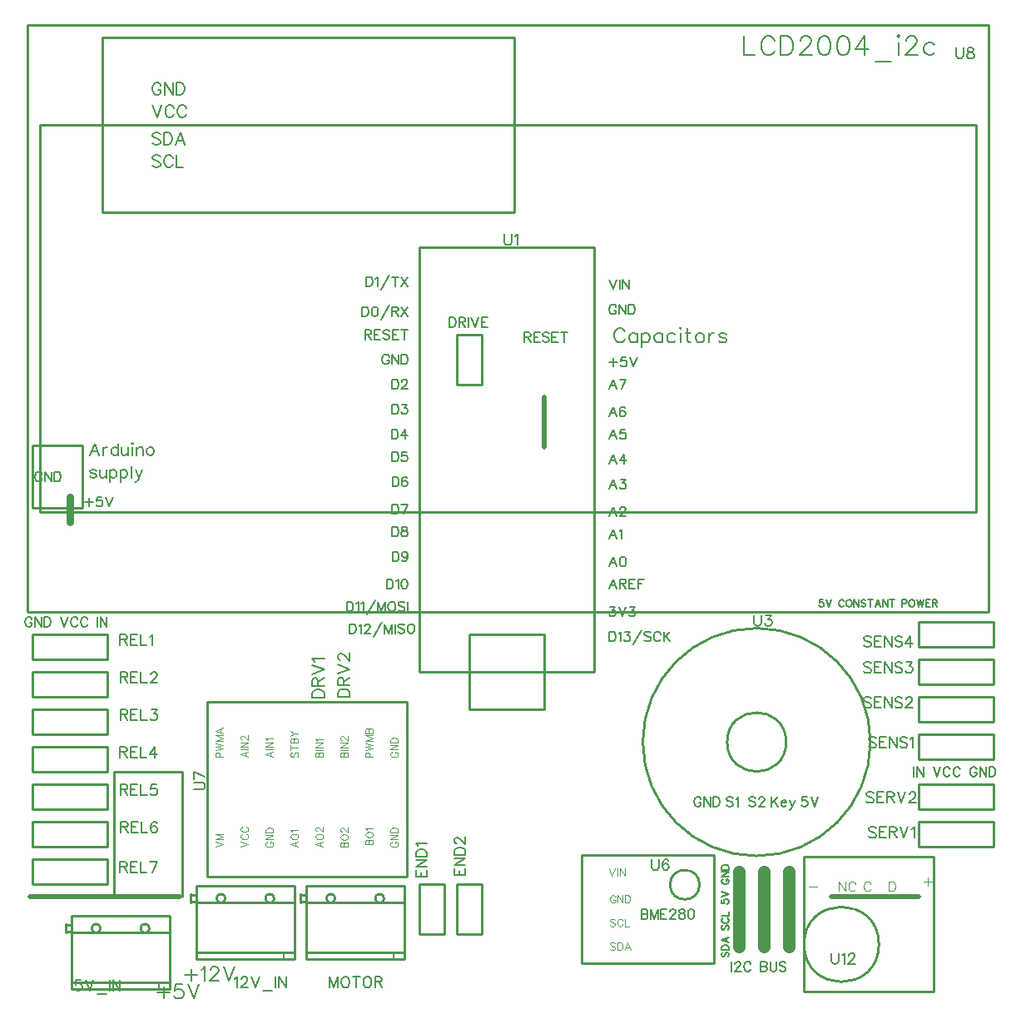
<source format=gto>
G04 Layer: TopSilkscreenLayer*
G04 EasyEDA v6.5.22, 2022-11-15 12:52:14*
G04 f3081522d4404d6e965df70c81d772e4,770f52a9c06342aeb7d9f723a0e8078a,10*
G04 Gerber Generator version 0.2*
G04 Scale: 100 percent, Rotated: No, Reflected: No *
G04 Dimensions in inches *
G04 leading zeros omitted , absolute positions ,3 integer and 6 decimal *
%FSLAX36Y36*%
%MOIN*%

%ADD10C,0.0080*%
%ADD11C,0.0070*%
%ADD12C,0.0060*%
%ADD13C,0.0040*%
%ADD14C,0.0047*%
%ADD15C,0.0100*%
%ADD16C,0.0200*%
%ADD17C,0.0300*%
%ADD18C,0.0500*%
%ADD19C,0.0116*%

%LPD*%
D10*
X1720000Y-1180001D02*
G01*
X1720000Y-1218200D01*
X1720000Y-1180001D02*
G01*
X1732700Y-1180001D01*
X1738199Y-1181801D01*
X1741800Y-1185401D01*
X1743599Y-1189101D01*
X1745500Y-1194501D01*
X1745500Y-1203600D01*
X1743599Y-1209101D01*
X1741800Y-1212701D01*
X1738199Y-1216300D01*
X1732700Y-1218200D01*
X1720000Y-1218200D01*
X1757500Y-1180001D02*
G01*
X1757500Y-1218200D01*
X1757500Y-1180001D02*
G01*
X1773800Y-1180001D01*
X1779300Y-1181801D01*
X1781099Y-1183600D01*
X1782899Y-1187301D01*
X1782899Y-1190900D01*
X1781099Y-1194501D01*
X1779300Y-1196300D01*
X1773800Y-1198200D01*
X1757500Y-1198200D01*
X1770200Y-1198200D02*
G01*
X1782899Y-1218200D01*
X1794899Y-1180001D02*
G01*
X1794899Y-1218200D01*
X1806899Y-1180001D02*
G01*
X1821499Y-1218200D01*
X1836000Y-1180001D02*
G01*
X1821499Y-1218200D01*
X1848000Y-1180001D02*
G01*
X1848000Y-1218200D01*
X1848000Y-1180001D02*
G01*
X1871599Y-1180001D01*
X1848000Y-1198200D02*
G01*
X1862500Y-1198200D01*
X1848000Y-1218200D02*
G01*
X1871599Y-1218200D01*
X276399Y-1903598D02*
G01*
X276399Y-1936399D01*
X260000Y-1919998D02*
G01*
X292699Y-1919998D01*
X326500Y-1898198D02*
G01*
X308400Y-1898198D01*
X306500Y-1914499D01*
X308400Y-1912698D01*
X313800Y-1910898D01*
X319299Y-1910898D01*
X324699Y-1912698D01*
X328400Y-1916399D01*
X330199Y-1921799D01*
X330199Y-1925498D01*
X328400Y-1930898D01*
X324699Y-1934499D01*
X319299Y-1936399D01*
X313800Y-1936399D01*
X308400Y-1934499D01*
X306500Y-1932698D01*
X304699Y-1929099D01*
X342199Y-1898198D02*
G01*
X356700Y-1936399D01*
X371300Y-1898198D02*
G01*
X356700Y-1936399D01*
X298200Y-1684000D02*
G01*
X280000Y-1731799D01*
X298200Y-1684000D02*
G01*
X316399Y-1731799D01*
X286799Y-1715799D02*
G01*
X309499Y-1715799D01*
X331399Y-1699899D02*
G01*
X331399Y-1731799D01*
X331399Y-1713600D02*
G01*
X333600Y-1706799D01*
X338200Y-1702199D01*
X342699Y-1699899D01*
X349499Y-1699899D01*
X391799Y-1684000D02*
G01*
X391799Y-1731799D01*
X391799Y-1706799D02*
G01*
X387300Y-1702199D01*
X382699Y-1699899D01*
X375900Y-1699899D01*
X371399Y-1702199D01*
X366799Y-1706799D01*
X364499Y-1713600D01*
X364499Y-1718099D01*
X366799Y-1724899D01*
X371399Y-1729499D01*
X375900Y-1731799D01*
X382699Y-1731799D01*
X387300Y-1729499D01*
X391799Y-1724899D01*
X406799Y-1699899D02*
G01*
X406799Y-1722699D01*
X409099Y-1729499D01*
X413600Y-1731799D01*
X420500Y-1731799D01*
X425000Y-1729499D01*
X431799Y-1722699D01*
X431799Y-1699899D02*
G01*
X431799Y-1731799D01*
X446799Y-1684000D02*
G01*
X449099Y-1686300D01*
X451399Y-1684000D01*
X449099Y-1681799D01*
X446799Y-1684000D01*
X449099Y-1699899D02*
G01*
X449099Y-1731799D01*
X466399Y-1699899D02*
G01*
X466399Y-1731799D01*
X466399Y-1709000D02*
G01*
X473200Y-1702199D01*
X477699Y-1699899D01*
X484499Y-1699899D01*
X489099Y-1702199D01*
X491399Y-1709000D01*
X491399Y-1731799D01*
X517699Y-1699899D02*
G01*
X513200Y-1702199D01*
X508600Y-1706799D01*
X506399Y-1713600D01*
X506399Y-1718099D01*
X508600Y-1724899D01*
X513200Y-1729499D01*
X517699Y-1731799D01*
X524499Y-1731799D01*
X529099Y-1729499D01*
X533600Y-1724899D01*
X535900Y-1718099D01*
X535900Y-1713600D01*
X533600Y-1706799D01*
X529099Y-1702199D01*
X524499Y-1699899D01*
X517699Y-1699899D01*
X305000Y-1796799D02*
G01*
X302699Y-1792199D01*
X295900Y-1789899D01*
X289099Y-1789899D01*
X282300Y-1792199D01*
X280000Y-1796799D01*
X282300Y-1801300D01*
X286799Y-1803600D01*
X298200Y-1805799D01*
X302699Y-1808099D01*
X305000Y-1812699D01*
X305000Y-1814899D01*
X302699Y-1819499D01*
X295900Y-1821799D01*
X289099Y-1821799D01*
X282300Y-1819499D01*
X280000Y-1814899D01*
X320000Y-1789899D02*
G01*
X320000Y-1812699D01*
X322300Y-1819499D01*
X326799Y-1821799D01*
X333600Y-1821799D01*
X338200Y-1819499D01*
X345000Y-1812699D01*
X345000Y-1789899D02*
G01*
X345000Y-1821799D01*
X360000Y-1789899D02*
G01*
X360000Y-1837699D01*
X360000Y-1796799D02*
G01*
X364499Y-1792199D01*
X369099Y-1789899D01*
X375900Y-1789899D01*
X380500Y-1792199D01*
X385000Y-1796799D01*
X387300Y-1803600D01*
X387300Y-1808099D01*
X385000Y-1814899D01*
X380500Y-1819499D01*
X375900Y-1821799D01*
X369099Y-1821799D01*
X364499Y-1819499D01*
X360000Y-1814899D01*
X402300Y-1789899D02*
G01*
X402300Y-1837699D01*
X402300Y-1796799D02*
G01*
X406799Y-1792199D01*
X411399Y-1789899D01*
X418200Y-1789899D01*
X422699Y-1792199D01*
X427300Y-1796799D01*
X429499Y-1803600D01*
X429499Y-1808099D01*
X427300Y-1814899D01*
X422699Y-1819499D01*
X418200Y-1821799D01*
X411399Y-1821799D01*
X406799Y-1819499D01*
X402300Y-1814899D01*
X444499Y-1774000D02*
G01*
X444499Y-1821799D01*
X461799Y-1789899D02*
G01*
X475500Y-1821799D01*
X489099Y-1789899D02*
G01*
X475500Y-1821799D01*
X470900Y-1830799D01*
X466399Y-1835399D01*
X461799Y-1837699D01*
X459499Y-1837699D01*
X2420900Y-1236401D02*
G01*
X2418199Y-1231001D01*
X2412700Y-1225500D01*
X2407299Y-1222800D01*
X2396400Y-1222800D01*
X2390900Y-1225500D01*
X2385500Y-1231001D01*
X2382700Y-1236401D01*
X2380000Y-1244600D01*
X2380000Y-1258200D01*
X2382700Y-1266401D01*
X2385500Y-1271900D01*
X2390900Y-1277301D01*
X2396400Y-1280001D01*
X2407299Y-1280001D01*
X2412700Y-1277301D01*
X2418199Y-1271900D01*
X2420900Y-1266401D01*
X2471599Y-1241900D02*
G01*
X2471599Y-1280001D01*
X2471599Y-1250001D02*
G01*
X2466199Y-1244600D01*
X2460699Y-1241900D01*
X2452500Y-1241900D01*
X2447100Y-1244600D01*
X2441599Y-1250001D01*
X2438900Y-1258200D01*
X2438900Y-1263701D01*
X2441599Y-1271900D01*
X2447100Y-1277301D01*
X2452500Y-1280001D01*
X2460699Y-1280001D01*
X2466199Y-1277301D01*
X2471599Y-1271900D01*
X2489600Y-1241900D02*
G01*
X2489600Y-1299101D01*
X2489600Y-1250001D02*
G01*
X2495100Y-1244600D01*
X2500500Y-1241900D01*
X2508699Y-1241900D01*
X2514200Y-1244600D01*
X2519600Y-1250001D01*
X2522399Y-1258200D01*
X2522399Y-1263701D01*
X2519600Y-1271900D01*
X2514200Y-1277301D01*
X2508699Y-1280001D01*
X2500500Y-1280001D01*
X2495100Y-1277301D01*
X2489600Y-1271900D01*
X2573100Y-1241900D02*
G01*
X2573100Y-1280001D01*
X2573100Y-1250001D02*
G01*
X2567600Y-1244600D01*
X2562200Y-1241900D01*
X2553999Y-1241900D01*
X2548500Y-1244600D01*
X2543100Y-1250001D01*
X2540399Y-1258200D01*
X2540399Y-1263701D01*
X2543100Y-1271900D01*
X2548500Y-1277301D01*
X2553999Y-1280001D01*
X2562200Y-1280001D01*
X2567600Y-1277301D01*
X2573100Y-1271900D01*
X2623800Y-1250001D02*
G01*
X2618400Y-1244600D01*
X2612899Y-1241900D01*
X2604700Y-1241900D01*
X2599300Y-1244600D01*
X2593800Y-1250001D01*
X2591099Y-1258200D01*
X2591099Y-1263701D01*
X2593800Y-1271900D01*
X2599300Y-1277301D01*
X2604700Y-1280001D01*
X2612899Y-1280001D01*
X2618400Y-1277301D01*
X2623800Y-1271900D01*
X2641800Y-1222800D02*
G01*
X2644499Y-1225500D01*
X2647299Y-1222800D01*
X2644499Y-1220001D01*
X2641800Y-1222800D01*
X2644499Y-1241900D02*
G01*
X2644499Y-1280001D01*
X2673500Y-1222800D02*
G01*
X2673500Y-1269101D01*
X2676199Y-1277301D01*
X2681599Y-1280001D01*
X2687100Y-1280001D01*
X2665299Y-1241900D02*
G01*
X2684399Y-1241900D01*
X2718699Y-1241900D02*
G01*
X2713299Y-1244600D01*
X2707799Y-1250001D01*
X2705100Y-1258200D01*
X2705100Y-1263701D01*
X2707799Y-1271900D01*
X2713299Y-1277301D01*
X2718699Y-1280001D01*
X2726899Y-1280001D01*
X2732399Y-1277301D01*
X2737799Y-1271900D01*
X2740500Y-1263701D01*
X2740500Y-1258200D01*
X2737799Y-1250001D01*
X2732399Y-1244600D01*
X2726899Y-1241900D01*
X2718699Y-1241900D01*
X2758500Y-1241900D02*
G01*
X2758500Y-1280001D01*
X2758500Y-1258200D02*
G01*
X2761300Y-1250001D01*
X2766700Y-1244600D01*
X2772200Y-1241900D01*
X2780399Y-1241900D01*
X2828400Y-1250001D02*
G01*
X2825600Y-1244600D01*
X2817500Y-1241900D01*
X2809300Y-1241900D01*
X2801099Y-1244600D01*
X2798400Y-1250001D01*
X2801099Y-1255500D01*
X2806499Y-1258200D01*
X2820200Y-1261001D01*
X2825600Y-1263701D01*
X2828400Y-1269101D01*
X2828400Y-1271900D01*
X2825600Y-1277301D01*
X2817500Y-1280001D01*
X2809300Y-1280001D01*
X2801099Y-1277301D01*
X2798400Y-1271900D01*
X574499Y-3858200D02*
G01*
X574499Y-3907199D01*
X549998Y-3882700D02*
G01*
X599099Y-3882700D01*
X649798Y-3850000D02*
G01*
X622498Y-3850000D01*
X619798Y-3874499D01*
X622498Y-3871799D01*
X630698Y-3869099D01*
X638899Y-3869099D01*
X647098Y-3871799D01*
X652498Y-3877199D01*
X655299Y-3885399D01*
X655299Y-3890900D01*
X652498Y-3899099D01*
X647098Y-3904499D01*
X638899Y-3907199D01*
X630698Y-3907199D01*
X622498Y-3904499D01*
X619798Y-3901799D01*
X617098Y-3896300D01*
X673299Y-3850000D02*
G01*
X695099Y-3907199D01*
X716898Y-3850000D02*
G01*
X695099Y-3907199D01*
X684499Y-3788200D02*
G01*
X684499Y-3837199D01*
X660000Y-3812700D02*
G01*
X709099Y-3812700D01*
X727100Y-3790900D02*
G01*
X732500Y-3788200D01*
X740700Y-3780000D01*
X740700Y-3837199D01*
X761500Y-3793600D02*
G01*
X761500Y-3790900D01*
X764200Y-3785399D01*
X766900Y-3782700D01*
X772399Y-3780000D01*
X783299Y-3780000D01*
X788699Y-3782700D01*
X791500Y-3785399D01*
X794200Y-3790900D01*
X794200Y-3796300D01*
X791500Y-3801799D01*
X785999Y-3810000D01*
X758699Y-3837199D01*
X796900Y-3837199D01*
X814899Y-3780000D02*
G01*
X836700Y-3837199D01*
X858499Y-3780000D02*
G01*
X836700Y-3837199D01*
X87300Y-1807300D02*
G01*
X85500Y-1803600D01*
X81799Y-1800000D01*
X78200Y-1798200D01*
X70900Y-1798200D01*
X67300Y-1800000D01*
X63600Y-1803600D01*
X61799Y-1807300D01*
X60000Y-1812699D01*
X60000Y-1821799D01*
X61799Y-1827300D01*
X63600Y-1830900D01*
X67300Y-1834499D01*
X70900Y-1836399D01*
X78200Y-1836399D01*
X81799Y-1834499D01*
X85500Y-1830900D01*
X87300Y-1827300D01*
X87300Y-1821799D01*
X78200Y-1821799D02*
G01*
X87300Y-1821799D01*
X99299Y-1798200D02*
G01*
X99299Y-1836399D01*
X99299Y-1798200D02*
G01*
X124699Y-1836399D01*
X124699Y-1798200D02*
G01*
X124699Y-1836399D01*
X136700Y-1798200D02*
G01*
X136700Y-1836399D01*
X136700Y-1798200D02*
G01*
X149499Y-1798200D01*
X154899Y-1800000D01*
X158499Y-1803600D01*
X160399Y-1807300D01*
X162199Y-1812699D01*
X162199Y-1821799D01*
X160399Y-1827300D01*
X158499Y-1830900D01*
X154899Y-1834499D01*
X149499Y-1836399D01*
X136700Y-1836399D01*
D11*
X3580000Y-2980000D02*
G01*
X3580000Y-3018200D01*
X3591999Y-2980000D02*
G01*
X3591999Y-3018200D01*
X3591999Y-2980000D02*
G01*
X3617500Y-3018200D01*
X3617500Y-2980000D02*
G01*
X3617500Y-3018200D01*
X3657500Y-2980000D02*
G01*
X3671999Y-3018200D01*
X3686499Y-2980000D02*
G01*
X3671999Y-3018200D01*
X3725799Y-2989099D02*
G01*
X3723999Y-2985399D01*
X3720399Y-2981799D01*
X3716700Y-2980000D01*
X3709499Y-2980000D01*
X3705799Y-2981799D01*
X3702200Y-2985399D01*
X3700399Y-2989099D01*
X3698500Y-2994499D01*
X3698500Y-3003600D01*
X3700399Y-3009099D01*
X3702200Y-3012700D01*
X3705799Y-3016300D01*
X3709499Y-3018200D01*
X3716700Y-3018200D01*
X3720399Y-3016300D01*
X3723999Y-3012700D01*
X3725799Y-3009099D01*
X3765100Y-2989099D02*
G01*
X3763299Y-2985399D01*
X3759600Y-2981799D01*
X3756000Y-2980000D01*
X3748699Y-2980000D01*
X3745100Y-2981799D01*
X3741499Y-2985399D01*
X3739600Y-2989099D01*
X3737799Y-2994499D01*
X3737799Y-3003600D01*
X3739600Y-3009099D01*
X3741499Y-3012700D01*
X3745100Y-3016300D01*
X3748699Y-3018200D01*
X3756000Y-3018200D01*
X3759600Y-3016300D01*
X3763299Y-3012700D01*
X3765100Y-3009099D01*
X3832399Y-2989099D02*
G01*
X3830500Y-2985399D01*
X3826899Y-2981799D01*
X3823299Y-2980000D01*
X3816000Y-2980000D01*
X3812399Y-2981799D01*
X3808699Y-2985399D01*
X3806899Y-2989099D01*
X3805100Y-2994499D01*
X3805100Y-3003600D01*
X3806899Y-3009099D01*
X3808699Y-3012700D01*
X3812399Y-3016300D01*
X3816000Y-3018200D01*
X3823299Y-3018200D01*
X3826899Y-3016300D01*
X3830500Y-3012700D01*
X3832399Y-3009099D01*
X3832399Y-3003600D01*
X3823299Y-3003600D02*
G01*
X3832399Y-3003600D01*
X3844399Y-2980000D02*
G01*
X3844399Y-3018200D01*
X3844399Y-2980000D02*
G01*
X3869799Y-3018200D01*
X3869799Y-2980000D02*
G01*
X3869799Y-3018200D01*
X3881800Y-2980000D02*
G01*
X3881800Y-3018200D01*
X3881800Y-2980000D02*
G01*
X3894499Y-2980000D01*
X3900000Y-2981799D01*
X3903599Y-2985399D01*
X3905500Y-2989099D01*
X3907299Y-2994499D01*
X3907299Y-3003600D01*
X3905500Y-3009099D01*
X3903599Y-3012700D01*
X3900000Y-3016300D01*
X3894499Y-3018200D01*
X3881800Y-3018200D01*
X47300Y-2389099D02*
G01*
X45500Y-2385399D01*
X41799Y-2381799D01*
X38200Y-2380000D01*
X30900Y-2380000D01*
X27300Y-2381799D01*
X23600Y-2385399D01*
X21799Y-2389099D01*
X20000Y-2394499D01*
X20000Y-2403600D01*
X21799Y-2409099D01*
X23600Y-2412700D01*
X27300Y-2416300D01*
X30900Y-2418200D01*
X38200Y-2418200D01*
X41799Y-2416300D01*
X45500Y-2412700D01*
X47300Y-2409099D01*
X47300Y-2403600D01*
X38200Y-2403600D02*
G01*
X47300Y-2403600D01*
X59299Y-2380000D02*
G01*
X59299Y-2418200D01*
X59299Y-2380000D02*
G01*
X84699Y-2418200D01*
X84699Y-2380000D02*
G01*
X84699Y-2418200D01*
X96700Y-2380000D02*
G01*
X96700Y-2418200D01*
X96700Y-2380000D02*
G01*
X109499Y-2380000D01*
X114899Y-2381799D01*
X118499Y-2385399D01*
X120399Y-2389099D01*
X122199Y-2394499D01*
X122199Y-2403600D01*
X120399Y-2409099D01*
X118499Y-2412700D01*
X114899Y-2416300D01*
X109499Y-2418200D01*
X96700Y-2418200D01*
X162199Y-2380000D02*
G01*
X176700Y-2418200D01*
X191300Y-2380000D02*
G01*
X176700Y-2418200D01*
X230500Y-2389099D02*
G01*
X228699Y-2385399D01*
X225100Y-2381799D01*
X221500Y-2380000D01*
X214200Y-2380000D01*
X210500Y-2381799D01*
X206900Y-2385399D01*
X205100Y-2389099D01*
X203299Y-2394499D01*
X203299Y-2403600D01*
X205100Y-2409099D01*
X206900Y-2412700D01*
X210500Y-2416300D01*
X214200Y-2418200D01*
X221500Y-2418200D01*
X225100Y-2416300D01*
X228699Y-2412700D01*
X230500Y-2409099D01*
X269800Y-2389099D02*
G01*
X268000Y-2385399D01*
X264400Y-2381799D01*
X260700Y-2380000D01*
X253499Y-2380000D01*
X249800Y-2381799D01*
X246199Y-2385399D01*
X244400Y-2389099D01*
X242500Y-2394499D01*
X242500Y-2403600D01*
X244400Y-2409099D01*
X246199Y-2412700D01*
X249800Y-2416300D01*
X253499Y-2418200D01*
X260700Y-2418200D01*
X264400Y-2416300D01*
X268000Y-2412700D01*
X269800Y-2409099D01*
X309800Y-2380000D02*
G01*
X309800Y-2418200D01*
X321799Y-2380000D02*
G01*
X321799Y-2418200D01*
X321799Y-2380000D02*
G01*
X347300Y-2418200D01*
X347300Y-2380000D02*
G01*
X347300Y-2418200D01*
X1170000Y-2702300D02*
G01*
X1217799Y-2702300D01*
X1170000Y-2702300D02*
G01*
X1170000Y-2686399D01*
X1172299Y-2679600D01*
X1176800Y-2675000D01*
X1181400Y-2672800D01*
X1188199Y-2670500D01*
X1199600Y-2670500D01*
X1206400Y-2672800D01*
X1210900Y-2675000D01*
X1215500Y-2679600D01*
X1217799Y-2686399D01*
X1217799Y-2702300D01*
X1170000Y-2655500D02*
G01*
X1217799Y-2655500D01*
X1170000Y-2655500D02*
G01*
X1170000Y-2635000D01*
X1172299Y-2628200D01*
X1174600Y-2625900D01*
X1179099Y-2623699D01*
X1183699Y-2623699D01*
X1188199Y-2625900D01*
X1190500Y-2628200D01*
X1192799Y-2635000D01*
X1192799Y-2655500D01*
X1192799Y-2639600D02*
G01*
X1217799Y-2623699D01*
X1170000Y-2608699D02*
G01*
X1217799Y-2590500D01*
X1170000Y-2572300D02*
G01*
X1217799Y-2590500D01*
X1179099Y-2557300D02*
G01*
X1176800Y-2552800D01*
X1170000Y-2545900D01*
X1217799Y-2545900D01*
X1272700Y-2700000D02*
G01*
X1320500Y-2700000D01*
X1272700Y-2700000D02*
G01*
X1272700Y-2684099D01*
X1275000Y-2677300D01*
X1279499Y-2672700D01*
X1284099Y-2670500D01*
X1290900Y-2668200D01*
X1302299Y-2668200D01*
X1309099Y-2670500D01*
X1313599Y-2672700D01*
X1318199Y-2677300D01*
X1320500Y-2684099D01*
X1320500Y-2700000D01*
X1272700Y-2653200D02*
G01*
X1320500Y-2653200D01*
X1272700Y-2653200D02*
G01*
X1272700Y-2632700D01*
X1275000Y-2625900D01*
X1277299Y-2623600D01*
X1281800Y-2621399D01*
X1286400Y-2621399D01*
X1290900Y-2623600D01*
X1293199Y-2625900D01*
X1295500Y-2632700D01*
X1295500Y-2653200D01*
X1295500Y-2637300D02*
G01*
X1320500Y-2621399D01*
X1272700Y-2606399D02*
G01*
X1320500Y-2588200D01*
X1272700Y-2570000D02*
G01*
X1320500Y-2588200D01*
X1284099Y-2552700D02*
G01*
X1281800Y-2552700D01*
X1277299Y-2550500D01*
X1275000Y-2548200D01*
X1272700Y-2543600D01*
X1272700Y-2534499D01*
X1275000Y-2530000D01*
X1277299Y-2527700D01*
X1281800Y-2525500D01*
X1286400Y-2525500D01*
X1290900Y-2527700D01*
X1297700Y-2532300D01*
X1320500Y-2555000D01*
X1320500Y-2523200D01*
D12*
X2813800Y-3720900D02*
G01*
X2811099Y-3723600D01*
X2809700Y-3727700D01*
X2809700Y-3733200D01*
X2811099Y-3737300D01*
X2813800Y-3740000D01*
X2816499Y-3740000D01*
X2819300Y-3738600D01*
X2820600Y-3737300D01*
X2821999Y-3734499D01*
X2824700Y-3726399D01*
X2826099Y-3723600D01*
X2827500Y-3722300D01*
X2830200Y-3720900D01*
X2834300Y-3720900D01*
X2836999Y-3723600D01*
X2838400Y-3727700D01*
X2838400Y-3733200D01*
X2836999Y-3737300D01*
X2834300Y-3740000D01*
X2809700Y-3711900D02*
G01*
X2838400Y-3711900D01*
X2809700Y-3711900D02*
G01*
X2809700Y-3702399D01*
X2811099Y-3698299D01*
X2813800Y-3695500D01*
X2816499Y-3694200D01*
X2820600Y-3692800D01*
X2827500Y-3692800D01*
X2831499Y-3694200D01*
X2834300Y-3695500D01*
X2836999Y-3698299D01*
X2838400Y-3702399D01*
X2838400Y-3711900D01*
X2809700Y-3672899D02*
G01*
X2838400Y-3683800D01*
X2809700Y-3672899D02*
G01*
X2838400Y-3661999D01*
X2828800Y-3679699D02*
G01*
X2828800Y-3666100D01*
X2813800Y-3612899D02*
G01*
X2811099Y-3615599D01*
X2809700Y-3619699D01*
X2809700Y-3625200D01*
X2811099Y-3629299D01*
X2813800Y-3631999D01*
X2816499Y-3631999D01*
X2819300Y-3630599D01*
X2820600Y-3629299D01*
X2821999Y-3626500D01*
X2824700Y-3618400D01*
X2826099Y-3615599D01*
X2827500Y-3614299D01*
X2830200Y-3612899D01*
X2834300Y-3612899D01*
X2836999Y-3615599D01*
X2838400Y-3619699D01*
X2838400Y-3625200D01*
X2836999Y-3629299D01*
X2834300Y-3631999D01*
X2816499Y-3583499D02*
G01*
X2813800Y-3584800D01*
X2811099Y-3587500D01*
X2809700Y-3590300D01*
X2809700Y-3595700D01*
X2811099Y-3598499D01*
X2813800Y-3601199D01*
X2816499Y-3602500D01*
X2820600Y-3603899D01*
X2827500Y-3603899D01*
X2831499Y-3602500D01*
X2834300Y-3601199D01*
X2836999Y-3598499D01*
X2838400Y-3595700D01*
X2838400Y-3590300D01*
X2836999Y-3587500D01*
X2834300Y-3584800D01*
X2831499Y-3583499D01*
X2809700Y-3574499D02*
G01*
X2838400Y-3574499D01*
X2838400Y-3574499D02*
G01*
X2838400Y-3558099D01*
X2809700Y-3511700D02*
G01*
X2809700Y-3525399D01*
X2821999Y-3526700D01*
X2820600Y-3525399D01*
X2819300Y-3521300D01*
X2819300Y-3517199D01*
X2820600Y-3513099D01*
X2823400Y-3510399D01*
X2827500Y-3509000D01*
X2830200Y-3509000D01*
X2834300Y-3510399D01*
X2836999Y-3513099D01*
X2838400Y-3517199D01*
X2838400Y-3521300D01*
X2836999Y-3525399D01*
X2835600Y-3526700D01*
X2832899Y-3528099D01*
X2809700Y-3500000D02*
G01*
X2838400Y-3489099D01*
X2809700Y-3478200D02*
G01*
X2838400Y-3489099D01*
X2816499Y-3427700D02*
G01*
X2813800Y-3429099D01*
X2811099Y-3431799D01*
X2809700Y-3434499D01*
X2809700Y-3440000D01*
X2811099Y-3442700D01*
X2813800Y-3445500D01*
X2816499Y-3446799D01*
X2820600Y-3448200D01*
X2827500Y-3448200D01*
X2831499Y-3446799D01*
X2834300Y-3445500D01*
X2836999Y-3442700D01*
X2838400Y-3440000D01*
X2838400Y-3434499D01*
X2836999Y-3431799D01*
X2834300Y-3429099D01*
X2831499Y-3427700D01*
X2827500Y-3427700D01*
X2827500Y-3434499D02*
G01*
X2827500Y-3427700D01*
X2809700Y-3418699D02*
G01*
X2838400Y-3418699D01*
X2809700Y-3418699D02*
G01*
X2838400Y-3399600D01*
X2809700Y-3399600D02*
G01*
X2838400Y-3399600D01*
X2809700Y-3390599D02*
G01*
X2838400Y-3390599D01*
X2809700Y-3390599D02*
G01*
X2809700Y-3381100D01*
X2811099Y-3376999D01*
X2813800Y-3374299D01*
X2816499Y-3372899D01*
X2820600Y-3371500D01*
X2827500Y-3371500D01*
X2831499Y-3372899D01*
X2834300Y-3374299D01*
X2836999Y-3376999D01*
X2838400Y-3381100D01*
X2838400Y-3390599D01*
X2850000Y-3759600D02*
G01*
X2850000Y-3797800D01*
X2863800Y-3768699D02*
G01*
X2863800Y-3766900D01*
X2865600Y-3763299D01*
X2867500Y-3761500D01*
X2871099Y-3759600D01*
X2878400Y-3759600D01*
X2881999Y-3761500D01*
X2883800Y-3763299D01*
X2885600Y-3766900D01*
X2885600Y-3770500D01*
X2883800Y-3774200D01*
X2880200Y-3779600D01*
X2861999Y-3797800D01*
X2887500Y-3797800D01*
X2926700Y-3768699D02*
G01*
X2924899Y-3765100D01*
X2921300Y-3761500D01*
X2917600Y-3759600D01*
X2910399Y-3759600D01*
X2906700Y-3761500D01*
X2903100Y-3765100D01*
X2901300Y-3768699D01*
X2899499Y-3774200D01*
X2899499Y-3783299D01*
X2901300Y-3788699D01*
X2903100Y-3792399D01*
X2906700Y-3795999D01*
X2910399Y-3797800D01*
X2917600Y-3797800D01*
X2921300Y-3795999D01*
X2924899Y-3792399D01*
X2926700Y-3788699D01*
X2966700Y-3759600D02*
G01*
X2966700Y-3797800D01*
X2966700Y-3759600D02*
G01*
X2983100Y-3759600D01*
X2988500Y-3761500D01*
X2990399Y-3763299D01*
X2992200Y-3766900D01*
X2992200Y-3770500D01*
X2990399Y-3774200D01*
X2988500Y-3775999D01*
X2983100Y-3777800D01*
X2966700Y-3777800D02*
G01*
X2983100Y-3777800D01*
X2988500Y-3779600D01*
X2990399Y-3781500D01*
X2992200Y-3785100D01*
X2992200Y-3790500D01*
X2990399Y-3794200D01*
X2988500Y-3795999D01*
X2983100Y-3797800D01*
X2966700Y-3797800D01*
X3004200Y-3759600D02*
G01*
X3004200Y-3786900D01*
X3006000Y-3792399D01*
X3009600Y-3795999D01*
X3015100Y-3797800D01*
X3018699Y-3797800D01*
X3024200Y-3795999D01*
X3027799Y-3792399D01*
X3029600Y-3786900D01*
X3029600Y-3759600D01*
X3067100Y-3765100D02*
G01*
X3063500Y-3761500D01*
X3058000Y-3759600D01*
X3050699Y-3759600D01*
X3045299Y-3761500D01*
X3041599Y-3765100D01*
X3041599Y-3768699D01*
X3043500Y-3772399D01*
X3045299Y-3774200D01*
X3048900Y-3775999D01*
X3059799Y-3779600D01*
X3063500Y-3781500D01*
X3065299Y-3783299D01*
X3067100Y-3786900D01*
X3067100Y-3792399D01*
X3063500Y-3795999D01*
X3058000Y-3797800D01*
X3050699Y-3797800D01*
X3045299Y-3795999D01*
X3041599Y-3792399D01*
X3216400Y-2309699D02*
G01*
X3202700Y-2309699D01*
X3201400Y-2321999D01*
X3202700Y-2320599D01*
X3206800Y-2319299D01*
X3210900Y-2319299D01*
X3215000Y-2320599D01*
X3217700Y-2323400D01*
X3219099Y-2327500D01*
X3219099Y-2330200D01*
X3217700Y-2334299D01*
X3215000Y-2336999D01*
X3210900Y-2338400D01*
X3206800Y-2338400D01*
X3202700Y-2336999D01*
X3201400Y-2335599D01*
X3200000Y-2332899D01*
X3228100Y-2309699D02*
G01*
X3238999Y-2338400D01*
X3249899Y-2309699D02*
G01*
X3238999Y-2338400D01*
X3300399Y-2316500D02*
G01*
X3298999Y-2313800D01*
X3296300Y-2311100D01*
X3293500Y-2309699D01*
X3288100Y-2309699D01*
X3285399Y-2311100D01*
X3282600Y-2313800D01*
X3281300Y-2316500D01*
X3279899Y-2320599D01*
X3279899Y-2327500D01*
X3281300Y-2331500D01*
X3282600Y-2334299D01*
X3285399Y-2336999D01*
X3288100Y-2338400D01*
X3293500Y-2338400D01*
X3296300Y-2336999D01*
X3298999Y-2334299D01*
X3300399Y-2331500D01*
X3317500Y-2309699D02*
G01*
X3314799Y-2311100D01*
X3312100Y-2313800D01*
X3310699Y-2316500D01*
X3309399Y-2320599D01*
X3309399Y-2327500D01*
X3310699Y-2331500D01*
X3312100Y-2334299D01*
X3314799Y-2336999D01*
X3317500Y-2338400D01*
X3323000Y-2338400D01*
X3325699Y-2336999D01*
X3328500Y-2334299D01*
X3329799Y-2331500D01*
X3331199Y-2327500D01*
X3331199Y-2320599D01*
X3329799Y-2316500D01*
X3328500Y-2313800D01*
X3325699Y-2311100D01*
X3323000Y-2309699D01*
X3317500Y-2309699D01*
X3340200Y-2309699D02*
G01*
X3340200Y-2338400D01*
X3340200Y-2309699D02*
G01*
X3359300Y-2338400D01*
X3359300Y-2309699D02*
G01*
X3359300Y-2338400D01*
X3387399Y-2313800D02*
G01*
X3384600Y-2311100D01*
X3380500Y-2309699D01*
X3375100Y-2309699D01*
X3371000Y-2311100D01*
X3368299Y-2313800D01*
X3368299Y-2316500D01*
X3369600Y-2319299D01*
X3371000Y-2320599D01*
X3373699Y-2321999D01*
X3381899Y-2324699D01*
X3384600Y-2326100D01*
X3386000Y-2327500D01*
X3387399Y-2330200D01*
X3387399Y-2334299D01*
X3384600Y-2336999D01*
X3380500Y-2338400D01*
X3375100Y-2338400D01*
X3371000Y-2336999D01*
X3368299Y-2334299D01*
X3405900Y-2309699D02*
G01*
X3405900Y-2338400D01*
X3396400Y-2309699D02*
G01*
X3415500Y-2309699D01*
X3435399Y-2309699D02*
G01*
X3424499Y-2338400D01*
X3435399Y-2309699D02*
G01*
X3446300Y-2338400D01*
X3428500Y-2328800D02*
G01*
X3442200Y-2328800D01*
X3455299Y-2309699D02*
G01*
X3455299Y-2338400D01*
X3455299Y-2309699D02*
G01*
X3474399Y-2338400D01*
X3474399Y-2309699D02*
G01*
X3474399Y-2338400D01*
X3492899Y-2309699D02*
G01*
X3492899Y-2338400D01*
X3483400Y-2309699D02*
G01*
X3502500Y-2309699D01*
X3532500Y-2309699D02*
G01*
X3532500Y-2338400D01*
X3532500Y-2309699D02*
G01*
X3544700Y-2309699D01*
X3548800Y-2311100D01*
X3550200Y-2312500D01*
X3551499Y-2315200D01*
X3551499Y-2319299D01*
X3550200Y-2321999D01*
X3548800Y-2323400D01*
X3544700Y-2324699D01*
X3532500Y-2324699D01*
X3568699Y-2309699D02*
G01*
X3566000Y-2311100D01*
X3563299Y-2313800D01*
X3561899Y-2316500D01*
X3560500Y-2320599D01*
X3560500Y-2327500D01*
X3561899Y-2331500D01*
X3563299Y-2334299D01*
X3566000Y-2336999D01*
X3568699Y-2338400D01*
X3574200Y-2338400D01*
X3576899Y-2336999D01*
X3579600Y-2334299D01*
X3581000Y-2331500D01*
X3582399Y-2327500D01*
X3582399Y-2320599D01*
X3581000Y-2316500D01*
X3579600Y-2313800D01*
X3576899Y-2311100D01*
X3574200Y-2309699D01*
X3568699Y-2309699D01*
X3591400Y-2309699D02*
G01*
X3598199Y-2338400D01*
X3605000Y-2309699D02*
G01*
X3598199Y-2338400D01*
X3605000Y-2309699D02*
G01*
X3611800Y-2338400D01*
X3618599Y-2309699D02*
G01*
X3611800Y-2338400D01*
X3627600Y-2309699D02*
G01*
X3627600Y-2338400D01*
X3627600Y-2309699D02*
G01*
X3645399Y-2309699D01*
X3627600Y-2323400D02*
G01*
X3638500Y-2323400D01*
X3627600Y-2338400D02*
G01*
X3645399Y-2338400D01*
X3654399Y-2309699D02*
G01*
X3654399Y-2338400D01*
X3654399Y-2309699D02*
G01*
X3666599Y-2309699D01*
X3670699Y-2311100D01*
X3672100Y-2312500D01*
X3673500Y-2315200D01*
X3673500Y-2317899D01*
X3672100Y-2320599D01*
X3670699Y-2321999D01*
X3666599Y-2323400D01*
X3654399Y-2323400D01*
X3663900Y-2323400D02*
G01*
X3673500Y-2338400D01*
X243699Y-3832800D02*
G01*
X223299Y-3832800D01*
X221199Y-3851199D01*
X223299Y-3849099D01*
X229400Y-3847100D01*
X235599Y-3847100D01*
X241700Y-3849099D01*
X245799Y-3853200D01*
X247800Y-3859299D01*
X247800Y-3863400D01*
X245799Y-3869600D01*
X241700Y-3873699D01*
X235599Y-3875700D01*
X229400Y-3875700D01*
X223299Y-3873699D01*
X221199Y-3871599D01*
X219200Y-3867500D01*
X261300Y-3832800D02*
G01*
X277699Y-3875700D01*
X294099Y-3832800D02*
G01*
X277699Y-3875700D01*
X307600Y-3890000D02*
G01*
X344400Y-3890000D01*
X357899Y-3832800D02*
G01*
X357899Y-3875700D01*
X371399Y-3832800D02*
G01*
X371399Y-3875700D01*
X371399Y-3832800D02*
G01*
X400000Y-3875700D01*
X400000Y-3832800D02*
G01*
X400000Y-3875700D01*
X549998Y-3845500D02*
G01*
X552698Y-3844099D01*
X556799Y-3840000D01*
X556799Y-3868699D01*
X1585500Y-3420000D02*
G01*
X1628400Y-3420000D01*
X1585500Y-3420000D02*
G01*
X1585500Y-3393400D01*
X1605900Y-3420000D02*
G01*
X1605900Y-3403600D01*
X1628400Y-3420000D02*
G01*
X1628400Y-3393400D01*
X1585500Y-3379899D02*
G01*
X1628400Y-3379899D01*
X1585500Y-3379899D02*
G01*
X1628400Y-3351300D01*
X1585500Y-3351300D02*
G01*
X1628400Y-3351300D01*
X1585500Y-3337800D02*
G01*
X1628400Y-3337800D01*
X1585500Y-3337800D02*
G01*
X1585500Y-3323499D01*
X1587500Y-3317300D01*
X1591599Y-3313200D01*
X1595699Y-3311199D01*
X1601800Y-3309099D01*
X1611999Y-3309099D01*
X1618199Y-3311199D01*
X1622299Y-3313200D01*
X1626400Y-3317300D01*
X1628400Y-3323499D01*
X1628400Y-3337800D01*
X1593599Y-3295599D02*
G01*
X1591599Y-3291500D01*
X1585500Y-3285399D01*
X1628400Y-3285399D01*
X3750000Y-100000D02*
G01*
X3750000Y-130599D01*
X3751999Y-136799D01*
X3756099Y-140900D01*
X3762299Y-142899D01*
X3766400Y-142899D01*
X3772500Y-140900D01*
X3776599Y-136799D01*
X3778599Y-130599D01*
X3778599Y-100000D01*
X3802399Y-100000D02*
G01*
X3796199Y-101999D01*
X3794200Y-106100D01*
X3794200Y-110199D01*
X3796199Y-114299D01*
X3800299Y-116300D01*
X3808500Y-118400D01*
X3814600Y-120399D01*
X3818699Y-124499D01*
X3820799Y-128600D01*
X3820799Y-134699D01*
X3818699Y-138800D01*
X3816700Y-140900D01*
X3810500Y-142899D01*
X3802399Y-142899D01*
X3796199Y-140900D01*
X3794200Y-138800D01*
X3792100Y-134699D01*
X3792100Y-128600D01*
X3794200Y-124499D01*
X3798299Y-120399D01*
X3804399Y-118400D01*
X3812600Y-116300D01*
X3816700Y-114299D01*
X3818699Y-110199D01*
X3818699Y-106100D01*
X3816700Y-101999D01*
X3810500Y-100000D01*
X3802399Y-100000D01*
D10*
X564099Y-251399D02*
G01*
X561799Y-246799D01*
X557300Y-242298D01*
X552699Y-239998D01*
X543600Y-239998D01*
X539099Y-242298D01*
X534499Y-246799D01*
X532300Y-251399D01*
X530000Y-258198D01*
X530000Y-269598D01*
X532300Y-276399D01*
X534499Y-280898D01*
X539099Y-285498D01*
X543600Y-287799D01*
X552699Y-287799D01*
X557300Y-285498D01*
X561799Y-280898D01*
X564099Y-276399D01*
X564099Y-269598D01*
X552699Y-269598D02*
G01*
X564099Y-269598D01*
X579099Y-239998D02*
G01*
X579099Y-287799D01*
X579099Y-239998D02*
G01*
X610900Y-287799D01*
X610900Y-239998D02*
G01*
X610900Y-287799D01*
X625900Y-239998D02*
G01*
X625900Y-287799D01*
X625900Y-239998D02*
G01*
X641799Y-239998D01*
X648600Y-242298D01*
X653200Y-246799D01*
X655500Y-251399D01*
X657699Y-258198D01*
X657699Y-269598D01*
X655500Y-276399D01*
X653200Y-280898D01*
X648600Y-285498D01*
X641799Y-287799D01*
X625900Y-287799D01*
X2900000Y-53701D02*
G01*
X2900000Y-130001D01*
X2900000Y-130001D02*
G01*
X2943599Y-130001D01*
X3022200Y-71801D02*
G01*
X3018500Y-64600D01*
X3011300Y-57301D01*
X3003999Y-53701D01*
X2989499Y-53701D01*
X2982200Y-57301D01*
X2974899Y-64600D01*
X2971300Y-71801D01*
X2967600Y-82800D01*
X2967600Y-100900D01*
X2971300Y-111801D01*
X2974899Y-119101D01*
X2982200Y-126401D01*
X2989499Y-130001D01*
X3003999Y-130001D01*
X3011300Y-126401D01*
X3018500Y-119101D01*
X3022200Y-111801D01*
X3046199Y-53701D02*
G01*
X3046199Y-130001D01*
X3046199Y-53701D02*
G01*
X3071599Y-53701D01*
X3082500Y-57301D01*
X3089799Y-64600D01*
X3093500Y-71801D01*
X3097100Y-82800D01*
X3097100Y-100900D01*
X3093500Y-111801D01*
X3089799Y-119101D01*
X3082500Y-126401D01*
X3071599Y-130001D01*
X3046199Y-130001D01*
X3124700Y-71801D02*
G01*
X3124700Y-68200D01*
X3128400Y-60900D01*
X3131999Y-57301D01*
X3139300Y-53701D01*
X3153800Y-53701D01*
X3161099Y-57301D01*
X3164700Y-60900D01*
X3168400Y-68200D01*
X3168400Y-75500D01*
X3164700Y-82800D01*
X3157500Y-93701D01*
X3121099Y-130001D01*
X3171999Y-130001D01*
X3217799Y-53701D02*
G01*
X3206899Y-57301D01*
X3199600Y-68200D01*
X3196000Y-86401D01*
X3196000Y-97301D01*
X3199600Y-115500D01*
X3206899Y-126401D01*
X3217799Y-130001D01*
X3225100Y-130001D01*
X3236000Y-126401D01*
X3243299Y-115500D01*
X3246899Y-97301D01*
X3246899Y-86401D01*
X3243299Y-68200D01*
X3236000Y-57301D01*
X3225100Y-53701D01*
X3217799Y-53701D01*
X3292700Y-53701D02*
G01*
X3281800Y-57301D01*
X3274499Y-68200D01*
X3270900Y-86401D01*
X3270900Y-97301D01*
X3274499Y-115500D01*
X3281800Y-126401D01*
X3292700Y-130001D01*
X3300000Y-130001D01*
X3310900Y-126401D01*
X3318199Y-115500D01*
X3321800Y-97301D01*
X3321800Y-86401D01*
X3318199Y-68200D01*
X3310900Y-57301D01*
X3300000Y-53701D01*
X3292700Y-53701D01*
X3382200Y-53701D02*
G01*
X3345799Y-104600D01*
X3400399Y-104600D01*
X3382200Y-53701D02*
G01*
X3382200Y-130001D01*
X3424399Y-155500D02*
G01*
X3489799Y-155500D01*
X3513800Y-53701D02*
G01*
X3517500Y-57301D01*
X3521099Y-53701D01*
X3517500Y-50001D01*
X3513800Y-53701D01*
X3517500Y-79101D02*
G01*
X3517500Y-130001D01*
X3548699Y-71801D02*
G01*
X3548699Y-68200D01*
X3552399Y-60900D01*
X3556000Y-57301D01*
X3563299Y-53701D01*
X3577799Y-53701D01*
X3585100Y-57301D01*
X3588699Y-60900D01*
X3592399Y-68200D01*
X3592399Y-75500D01*
X3588699Y-82800D01*
X3581499Y-93701D01*
X3545100Y-130001D01*
X3596000Y-130001D01*
X3663599Y-90001D02*
G01*
X3656400Y-82800D01*
X3649099Y-79101D01*
X3638199Y-79101D01*
X3630900Y-82800D01*
X3623599Y-90001D01*
X3620000Y-100900D01*
X3620000Y-108200D01*
X3623599Y-119101D01*
X3630900Y-126401D01*
X3638199Y-130001D01*
X3649099Y-130001D01*
X3656400Y-126401D01*
X3663599Y-119101D01*
X530000Y-330000D02*
G01*
X548200Y-377800D01*
X566399Y-330000D02*
G01*
X548200Y-377800D01*
X615500Y-341399D02*
G01*
X613200Y-336799D01*
X608600Y-332300D01*
X604099Y-330000D01*
X595000Y-330000D01*
X590500Y-332300D01*
X585900Y-336799D01*
X583600Y-341399D01*
X581399Y-348200D01*
X581399Y-359600D01*
X583600Y-366399D01*
X585900Y-370900D01*
X590500Y-375500D01*
X595000Y-377800D01*
X604099Y-377800D01*
X608600Y-375500D01*
X613200Y-370900D01*
X615500Y-366399D01*
X664499Y-341399D02*
G01*
X662300Y-336799D01*
X657699Y-332300D01*
X653200Y-330000D01*
X644099Y-330000D01*
X639499Y-332300D01*
X635000Y-336799D01*
X632699Y-341399D01*
X630500Y-348200D01*
X630500Y-359600D01*
X632699Y-366399D01*
X635000Y-370900D01*
X639499Y-375500D01*
X644099Y-377800D01*
X653200Y-377800D01*
X657699Y-375500D01*
X662300Y-370900D01*
X664499Y-366399D01*
X561799Y-446799D02*
G01*
X557300Y-442300D01*
X550500Y-440000D01*
X541399Y-440000D01*
X534499Y-442300D01*
X530000Y-446799D01*
X530000Y-451399D01*
X532300Y-455900D01*
X534499Y-458200D01*
X539099Y-460500D01*
X552699Y-465000D01*
X557300Y-467300D01*
X559499Y-469600D01*
X561799Y-474099D01*
X561799Y-480900D01*
X557300Y-485500D01*
X550500Y-487800D01*
X541399Y-487800D01*
X534499Y-485500D01*
X530000Y-480900D01*
X576799Y-440000D02*
G01*
X576799Y-487800D01*
X576799Y-440000D02*
G01*
X592699Y-440000D01*
X599499Y-442300D01*
X604099Y-446799D01*
X606399Y-451399D01*
X608600Y-458200D01*
X608600Y-469600D01*
X606399Y-476399D01*
X604099Y-480900D01*
X599499Y-485500D01*
X592699Y-487800D01*
X576799Y-487800D01*
X641799Y-440000D02*
G01*
X623600Y-487800D01*
X641799Y-440000D02*
G01*
X660000Y-487800D01*
X630500Y-471799D02*
G01*
X653200Y-471799D01*
X561799Y-536799D02*
G01*
X557300Y-532300D01*
X550500Y-530000D01*
X541399Y-530000D01*
X534499Y-532300D01*
X530000Y-536799D01*
X530000Y-541399D01*
X532300Y-545900D01*
X534499Y-548200D01*
X539099Y-550500D01*
X552699Y-555000D01*
X557300Y-557300D01*
X559499Y-559600D01*
X561799Y-564099D01*
X561799Y-570900D01*
X557300Y-575500D01*
X550500Y-577800D01*
X541399Y-577800D01*
X534499Y-575500D01*
X530000Y-570900D01*
X610900Y-541399D02*
G01*
X608600Y-536799D01*
X604099Y-532300D01*
X599499Y-530000D01*
X590500Y-530000D01*
X585900Y-532300D01*
X581399Y-536799D01*
X579099Y-541399D01*
X576799Y-548200D01*
X576799Y-559600D01*
X579099Y-566399D01*
X581399Y-570900D01*
X585900Y-575500D01*
X590500Y-577800D01*
X599499Y-577800D01*
X604099Y-575500D01*
X608600Y-570900D01*
X610900Y-566399D01*
X625900Y-530000D02*
G01*
X625900Y-577800D01*
X625900Y-577800D02*
G01*
X653200Y-577800D01*
D12*
X697100Y-3070000D02*
G01*
X727699Y-3070000D01*
X733899Y-3068000D01*
X738000Y-3063899D01*
X740000Y-3057700D01*
X740000Y-3053600D01*
X738000Y-3047500D01*
X733899Y-3043400D01*
X727699Y-3041399D01*
X697100Y-3041399D01*
X697100Y-2999200D02*
G01*
X740000Y-3019699D01*
X697100Y-3027899D02*
G01*
X697100Y-2999200D01*
D13*
X783600Y-3300000D02*
G01*
X812300Y-3289099D01*
X783600Y-3278200D02*
G01*
X812300Y-3289099D01*
X783600Y-3269200D02*
G01*
X812300Y-3269200D01*
X783600Y-3269200D02*
G01*
X812300Y-3258299D01*
X783600Y-3247399D02*
G01*
X812300Y-3258299D01*
X783600Y-3247399D02*
G01*
X812300Y-3247399D01*
X883600Y-3300000D02*
G01*
X912300Y-3289099D01*
X883600Y-3278200D02*
G01*
X912300Y-3289099D01*
X890500Y-3248699D02*
G01*
X887699Y-3250100D01*
X885000Y-3252800D01*
X883600Y-3255500D01*
X883600Y-3260999D01*
X885000Y-3263699D01*
X887699Y-3266500D01*
X890500Y-3267800D01*
X894499Y-3269200D01*
X901399Y-3269200D01*
X905500Y-3267800D01*
X908200Y-3266500D01*
X910900Y-3263699D01*
X912300Y-3260999D01*
X912300Y-3255500D01*
X910900Y-3252800D01*
X908200Y-3250100D01*
X905500Y-3248699D01*
X890500Y-3219299D02*
G01*
X887699Y-3220599D01*
X885000Y-3223400D01*
X883600Y-3226100D01*
X883600Y-3231500D01*
X885000Y-3234299D01*
X887699Y-3236999D01*
X890500Y-3238400D01*
X894499Y-3239699D01*
X901399Y-3239699D01*
X905500Y-3238400D01*
X908200Y-3236999D01*
X910900Y-3234299D01*
X912300Y-3231500D01*
X912300Y-3226100D01*
X910900Y-3223400D01*
X908200Y-3220599D01*
X905500Y-3219299D01*
X1083599Y-3289099D02*
G01*
X1112299Y-3300000D01*
X1083599Y-3289099D02*
G01*
X1112299Y-3278200D01*
X1102700Y-3295900D02*
G01*
X1102700Y-3282300D01*
X1083599Y-3260999D02*
G01*
X1085000Y-3263699D01*
X1087700Y-3266500D01*
X1090500Y-3267800D01*
X1094499Y-3269200D01*
X1101400Y-3269200D01*
X1105500Y-3267800D01*
X1108199Y-3266500D01*
X1110900Y-3263699D01*
X1112299Y-3260999D01*
X1112299Y-3255500D01*
X1110900Y-3252800D01*
X1108199Y-3250100D01*
X1105500Y-3248699D01*
X1101400Y-3247399D01*
X1094499Y-3247399D01*
X1090500Y-3248699D01*
X1087700Y-3250100D01*
X1085000Y-3252800D01*
X1083599Y-3255500D01*
X1083599Y-3260999D01*
X1089099Y-3238400D02*
G01*
X1087700Y-3235599D01*
X1083599Y-3231500D01*
X1112299Y-3231500D01*
X990500Y-3279499D02*
G01*
X987700Y-3280900D01*
X985000Y-3283600D01*
X983599Y-3286399D01*
X983599Y-3291799D01*
X985000Y-3294499D01*
X987700Y-3297300D01*
X990500Y-3298600D01*
X994499Y-3300000D01*
X1001400Y-3300000D01*
X1005500Y-3298600D01*
X1008199Y-3297300D01*
X1010900Y-3294499D01*
X1012299Y-3291799D01*
X1012299Y-3286399D01*
X1010900Y-3283600D01*
X1008199Y-3280900D01*
X1005500Y-3279499D01*
X1001400Y-3279499D01*
X1001400Y-3286399D02*
G01*
X1001400Y-3279499D01*
X983599Y-3270500D02*
G01*
X1012299Y-3270500D01*
X983599Y-3270500D02*
G01*
X1012299Y-3251500D01*
X983599Y-3251500D02*
G01*
X1012299Y-3251500D01*
X983599Y-3242500D02*
G01*
X1012299Y-3242500D01*
X983599Y-3242500D02*
G01*
X983599Y-3232899D01*
X985000Y-3228800D01*
X987700Y-3226100D01*
X990500Y-3224699D01*
X994499Y-3223400D01*
X1001400Y-3223400D01*
X1005500Y-3224699D01*
X1008199Y-3226100D01*
X1010900Y-3228800D01*
X1012299Y-3232899D01*
X1012299Y-3242500D01*
X1183599Y-3289099D02*
G01*
X1212299Y-3300000D01*
X1183599Y-3289099D02*
G01*
X1212299Y-3278200D01*
X1202700Y-3295900D02*
G01*
X1202700Y-3282300D01*
X1183599Y-3260999D02*
G01*
X1185000Y-3263699D01*
X1187700Y-3266500D01*
X1190500Y-3267800D01*
X1194499Y-3269200D01*
X1201400Y-3269200D01*
X1205500Y-3267800D01*
X1208199Y-3266500D01*
X1210900Y-3263699D01*
X1212299Y-3260999D01*
X1212299Y-3255500D01*
X1210900Y-3252800D01*
X1208199Y-3250100D01*
X1205500Y-3248699D01*
X1201400Y-3247399D01*
X1194499Y-3247399D01*
X1190500Y-3248699D01*
X1187700Y-3250100D01*
X1185000Y-3252800D01*
X1183599Y-3255500D01*
X1183599Y-3260999D01*
X1190500Y-3236999D02*
G01*
X1189099Y-3236999D01*
X1186400Y-3235599D01*
X1185000Y-3234299D01*
X1183599Y-3231500D01*
X1183599Y-3226100D01*
X1185000Y-3223400D01*
X1186400Y-3221999D01*
X1189099Y-3220599D01*
X1191800Y-3220599D01*
X1194499Y-3221999D01*
X1198599Y-3224699D01*
X1212299Y-3238400D01*
X1212299Y-3219299D01*
X1283599Y-3300000D02*
G01*
X1312299Y-3300000D01*
X1283599Y-3300000D02*
G01*
X1283599Y-3287700D01*
X1285000Y-3283600D01*
X1286400Y-3282300D01*
X1289099Y-3280900D01*
X1291800Y-3280900D01*
X1294499Y-3282300D01*
X1295900Y-3283600D01*
X1297299Y-3287700D01*
X1297299Y-3300000D02*
G01*
X1297299Y-3287700D01*
X1298599Y-3283600D01*
X1300000Y-3282300D01*
X1302700Y-3280900D01*
X1306800Y-3280900D01*
X1309499Y-3282300D01*
X1310900Y-3283600D01*
X1312299Y-3287700D01*
X1312299Y-3300000D01*
X1283599Y-3263699D02*
G01*
X1285000Y-3266500D01*
X1287700Y-3269200D01*
X1290500Y-3270500D01*
X1294499Y-3271900D01*
X1301400Y-3271900D01*
X1305500Y-3270500D01*
X1308199Y-3269200D01*
X1310900Y-3266500D01*
X1312299Y-3263699D01*
X1312299Y-3258299D01*
X1310900Y-3255500D01*
X1308199Y-3252800D01*
X1305500Y-3251500D01*
X1301400Y-3250100D01*
X1294499Y-3250100D01*
X1290500Y-3251500D01*
X1287700Y-3252800D01*
X1285000Y-3255500D01*
X1283599Y-3258299D01*
X1283599Y-3263699D01*
X1290500Y-3239699D02*
G01*
X1289099Y-3239699D01*
X1286400Y-3238400D01*
X1285000Y-3236999D01*
X1283599Y-3234299D01*
X1283599Y-3228800D01*
X1285000Y-3226100D01*
X1286400Y-3224699D01*
X1289099Y-3223400D01*
X1291800Y-3223400D01*
X1294499Y-3224699D01*
X1298599Y-3227500D01*
X1312299Y-3241100D01*
X1312299Y-3221999D01*
X1490500Y-3279499D02*
G01*
X1487700Y-3280900D01*
X1485000Y-3283600D01*
X1483599Y-3286399D01*
X1483599Y-3291799D01*
X1485000Y-3294499D01*
X1487700Y-3297300D01*
X1490500Y-3298600D01*
X1494499Y-3300000D01*
X1501400Y-3300000D01*
X1505500Y-3298600D01*
X1508199Y-3297300D01*
X1510900Y-3294499D01*
X1512299Y-3291799D01*
X1512299Y-3286399D01*
X1510900Y-3283600D01*
X1508199Y-3280900D01*
X1505500Y-3279499D01*
X1501400Y-3279499D01*
X1501400Y-3286399D02*
G01*
X1501400Y-3279499D01*
X1483599Y-3270500D02*
G01*
X1512299Y-3270500D01*
X1483599Y-3270500D02*
G01*
X1512299Y-3251500D01*
X1483599Y-3251500D02*
G01*
X1512299Y-3251500D01*
X1483599Y-3242500D02*
G01*
X1512299Y-3242500D01*
X1483599Y-3242500D02*
G01*
X1483599Y-3232899D01*
X1485000Y-3228800D01*
X1487700Y-3226100D01*
X1490500Y-3224699D01*
X1494499Y-3223400D01*
X1501400Y-3223400D01*
X1505500Y-3224699D01*
X1508199Y-3226100D01*
X1510900Y-3228800D01*
X1512299Y-3232899D01*
X1512299Y-3242500D01*
X1383599Y-3290000D02*
G01*
X1412299Y-3290000D01*
X1383599Y-3290000D02*
G01*
X1383599Y-3277700D01*
X1385000Y-3273600D01*
X1386400Y-3272300D01*
X1389099Y-3270900D01*
X1391800Y-3270900D01*
X1394499Y-3272300D01*
X1395900Y-3273600D01*
X1397299Y-3277700D01*
X1397299Y-3290000D02*
G01*
X1397299Y-3277700D01*
X1398599Y-3273600D01*
X1400000Y-3272300D01*
X1402700Y-3270900D01*
X1406800Y-3270900D01*
X1409499Y-3272300D01*
X1410900Y-3273600D01*
X1412299Y-3277700D01*
X1412299Y-3290000D01*
X1383599Y-3253699D02*
G01*
X1385000Y-3256500D01*
X1387700Y-3259200D01*
X1390500Y-3260500D01*
X1394499Y-3261900D01*
X1401400Y-3261900D01*
X1405500Y-3260500D01*
X1408199Y-3259200D01*
X1410900Y-3256500D01*
X1412299Y-3253699D01*
X1412299Y-3248299D01*
X1410900Y-3245500D01*
X1408199Y-3242800D01*
X1405500Y-3241500D01*
X1401400Y-3240100D01*
X1394499Y-3240100D01*
X1390500Y-3241500D01*
X1387700Y-3242800D01*
X1385000Y-3245500D01*
X1383599Y-3248299D01*
X1383599Y-3253699D01*
X1389099Y-3231100D02*
G01*
X1387700Y-3228400D01*
X1383599Y-3224299D01*
X1412299Y-3224299D01*
X783600Y-2940000D02*
G01*
X812300Y-2940000D01*
X783600Y-2940000D02*
G01*
X783600Y-2927700D01*
X785000Y-2923600D01*
X786399Y-2922300D01*
X789099Y-2920900D01*
X793200Y-2920900D01*
X795900Y-2922300D01*
X797300Y-2923600D01*
X798600Y-2927700D01*
X798600Y-2940000D01*
X783600Y-2911900D02*
G01*
X812300Y-2905100D01*
X783600Y-2898299D02*
G01*
X812300Y-2905100D01*
X783600Y-2898299D02*
G01*
X812300Y-2891500D01*
X783600Y-2884600D02*
G01*
X812300Y-2891500D01*
X783600Y-2875599D02*
G01*
X812300Y-2875599D01*
X783600Y-2875599D02*
G01*
X812300Y-2864699D01*
X783600Y-2853800D02*
G01*
X812300Y-2864699D01*
X783600Y-2853800D02*
G01*
X812300Y-2853800D01*
X783600Y-2833899D02*
G01*
X812300Y-2844800D01*
X783600Y-2833899D02*
G01*
X812300Y-2823000D01*
X802699Y-2840700D02*
G01*
X802699Y-2827100D01*
X1383599Y-2940000D02*
G01*
X1412299Y-2940000D01*
X1383599Y-2940000D02*
G01*
X1383599Y-2927700D01*
X1385000Y-2923600D01*
X1386400Y-2922300D01*
X1389099Y-2920900D01*
X1393199Y-2920900D01*
X1395900Y-2922300D01*
X1397299Y-2923600D01*
X1398599Y-2927700D01*
X1398599Y-2940000D01*
X1383599Y-2911900D02*
G01*
X1412299Y-2905100D01*
X1383599Y-2898299D02*
G01*
X1412299Y-2905100D01*
X1383599Y-2898299D02*
G01*
X1412299Y-2891500D01*
X1383599Y-2884600D02*
G01*
X1412299Y-2891500D01*
X1383599Y-2875599D02*
G01*
X1412299Y-2875599D01*
X1383599Y-2875599D02*
G01*
X1412299Y-2864699D01*
X1383599Y-2853800D02*
G01*
X1412299Y-2864699D01*
X1383599Y-2853800D02*
G01*
X1412299Y-2853800D01*
X1383599Y-2844800D02*
G01*
X1412299Y-2844800D01*
X1383599Y-2844800D02*
G01*
X1383599Y-2832500D01*
X1385000Y-2828499D01*
X1386400Y-2827100D01*
X1389099Y-2825700D01*
X1391800Y-2825700D01*
X1394499Y-2827100D01*
X1395900Y-2828499D01*
X1397299Y-2832500D01*
X1397299Y-2844800D02*
G01*
X1397299Y-2832500D01*
X1398599Y-2828499D01*
X1400000Y-2827100D01*
X1402700Y-2825700D01*
X1406800Y-2825700D01*
X1409499Y-2827100D01*
X1410900Y-2828499D01*
X1412299Y-2832500D01*
X1412299Y-2844800D01*
X883600Y-2929099D02*
G01*
X912300Y-2940000D01*
X883600Y-2929099D02*
G01*
X912300Y-2918200D01*
X902699Y-2935900D02*
G01*
X902699Y-2922300D01*
X883600Y-2909200D02*
G01*
X912300Y-2909200D01*
X883600Y-2900200D02*
G01*
X912300Y-2900200D01*
X883600Y-2900200D02*
G01*
X912300Y-2881100D01*
X883600Y-2881100D02*
G01*
X912300Y-2881100D01*
X890500Y-2870700D02*
G01*
X889099Y-2870700D01*
X886399Y-2869400D01*
X885000Y-2868000D01*
X883600Y-2865300D01*
X883600Y-2859800D01*
X885000Y-2857100D01*
X886399Y-2855700D01*
X889099Y-2854400D01*
X891799Y-2854400D01*
X894499Y-2855700D01*
X898600Y-2858499D01*
X912300Y-2872100D01*
X912300Y-2853000D01*
X1087700Y-2920900D02*
G01*
X1085000Y-2923600D01*
X1083599Y-2927700D01*
X1083599Y-2933200D01*
X1085000Y-2937300D01*
X1087700Y-2940000D01*
X1090500Y-2940000D01*
X1093199Y-2938600D01*
X1094499Y-2937300D01*
X1095900Y-2934499D01*
X1098599Y-2926399D01*
X1100000Y-2923600D01*
X1101400Y-2922300D01*
X1104099Y-2920900D01*
X1108199Y-2920900D01*
X1110900Y-2923600D01*
X1112299Y-2927700D01*
X1112299Y-2933200D01*
X1110900Y-2937300D01*
X1108199Y-2940000D01*
X1083599Y-2902399D02*
G01*
X1112299Y-2902399D01*
X1083599Y-2911900D02*
G01*
X1083599Y-2892800D01*
X1083599Y-2883800D02*
G01*
X1112299Y-2883800D01*
X1083599Y-2883800D02*
G01*
X1083599Y-2871500D01*
X1085000Y-2867500D01*
X1086400Y-2866100D01*
X1089099Y-2864699D01*
X1091800Y-2864699D01*
X1094499Y-2866100D01*
X1095900Y-2867500D01*
X1097299Y-2871500D01*
X1097299Y-2883800D02*
G01*
X1097299Y-2871500D01*
X1098599Y-2867500D01*
X1100000Y-2866100D01*
X1102700Y-2864699D01*
X1106800Y-2864699D01*
X1109499Y-2866100D01*
X1110900Y-2867500D01*
X1112299Y-2871500D01*
X1112299Y-2883800D01*
X1083599Y-2855700D02*
G01*
X1097299Y-2844800D01*
X1112299Y-2844800D01*
X1083599Y-2833899D02*
G01*
X1097299Y-2844800D01*
X983599Y-2929099D02*
G01*
X1012299Y-2940000D01*
X983599Y-2929099D02*
G01*
X1012299Y-2918200D01*
X1002700Y-2935900D02*
G01*
X1002700Y-2922300D01*
X983599Y-2909200D02*
G01*
X1012299Y-2909200D01*
X983599Y-2900200D02*
G01*
X1012299Y-2900200D01*
X983599Y-2900200D02*
G01*
X1012299Y-2881100D01*
X983599Y-2881100D02*
G01*
X1012299Y-2881100D01*
X989099Y-2872100D02*
G01*
X987700Y-2869400D01*
X983599Y-2865300D01*
X1012299Y-2865300D01*
X1183599Y-2940000D02*
G01*
X1212299Y-2940000D01*
X1183599Y-2940000D02*
G01*
X1183599Y-2927700D01*
X1185000Y-2923600D01*
X1186400Y-2922300D01*
X1189099Y-2920900D01*
X1191800Y-2920900D01*
X1194499Y-2922300D01*
X1195900Y-2923600D01*
X1197299Y-2927700D01*
X1197299Y-2940000D02*
G01*
X1197299Y-2927700D01*
X1198599Y-2923600D01*
X1200000Y-2922300D01*
X1202700Y-2920900D01*
X1206800Y-2920900D01*
X1209499Y-2922300D01*
X1210900Y-2923600D01*
X1212299Y-2927700D01*
X1212299Y-2940000D01*
X1183599Y-2911900D02*
G01*
X1212299Y-2911900D01*
X1183599Y-2902899D02*
G01*
X1212299Y-2902899D01*
X1183599Y-2902899D02*
G01*
X1212299Y-2883800D01*
X1183599Y-2883800D02*
G01*
X1212299Y-2883800D01*
X1189099Y-2874800D02*
G01*
X1187700Y-2872100D01*
X1183599Y-2868000D01*
X1212299Y-2868000D01*
X1283599Y-2940000D02*
G01*
X1312299Y-2940000D01*
X1283599Y-2940000D02*
G01*
X1283599Y-2927700D01*
X1285000Y-2923600D01*
X1286400Y-2922300D01*
X1289099Y-2920900D01*
X1291800Y-2920900D01*
X1294499Y-2922300D01*
X1295900Y-2923600D01*
X1297299Y-2927700D01*
X1297299Y-2940000D02*
G01*
X1297299Y-2927700D01*
X1298599Y-2923600D01*
X1300000Y-2922300D01*
X1302700Y-2920900D01*
X1306800Y-2920900D01*
X1309499Y-2922300D01*
X1310900Y-2923600D01*
X1312299Y-2927700D01*
X1312299Y-2940000D01*
X1283599Y-2911900D02*
G01*
X1312299Y-2911900D01*
X1283599Y-2902899D02*
G01*
X1312299Y-2902899D01*
X1283599Y-2902899D02*
G01*
X1312299Y-2883800D01*
X1283599Y-2883800D02*
G01*
X1312299Y-2883800D01*
X1290500Y-2873499D02*
G01*
X1289099Y-2873499D01*
X1286400Y-2872100D01*
X1285000Y-2870700D01*
X1283599Y-2868000D01*
X1283599Y-2862500D01*
X1285000Y-2859800D01*
X1286400Y-2858499D01*
X1289099Y-2857100D01*
X1291800Y-2857100D01*
X1294499Y-2858499D01*
X1298599Y-2861199D01*
X1312299Y-2874800D01*
X1312299Y-2855700D01*
X1490500Y-2919499D02*
G01*
X1487700Y-2920900D01*
X1485000Y-2923600D01*
X1483599Y-2926399D01*
X1483599Y-2931799D01*
X1485000Y-2934499D01*
X1487700Y-2937300D01*
X1490500Y-2938600D01*
X1494499Y-2940000D01*
X1501400Y-2940000D01*
X1505500Y-2938600D01*
X1508199Y-2937300D01*
X1510900Y-2934499D01*
X1512299Y-2931799D01*
X1512299Y-2926399D01*
X1510900Y-2923600D01*
X1508199Y-2920900D01*
X1505500Y-2919499D01*
X1501400Y-2919499D01*
X1501400Y-2926399D02*
G01*
X1501400Y-2919499D01*
X1483599Y-2910500D02*
G01*
X1512299Y-2910500D01*
X1483599Y-2910500D02*
G01*
X1512299Y-2891500D01*
X1483599Y-2891500D02*
G01*
X1512299Y-2891500D01*
X1483599Y-2882500D02*
G01*
X1512299Y-2882500D01*
X1483599Y-2882500D02*
G01*
X1483599Y-2872899D01*
X1485000Y-2868800D01*
X1487700Y-2866100D01*
X1490500Y-2864699D01*
X1494499Y-2863400D01*
X1501400Y-2863400D01*
X1505500Y-2864699D01*
X1508199Y-2866100D01*
X1510900Y-2868800D01*
X1512299Y-2872899D01*
X1512299Y-2882500D01*
D12*
X2530001Y-3350000D02*
G01*
X2530001Y-3380700D01*
X2532101Y-3386900D01*
X2536201Y-3390999D01*
X2542300Y-3393000D01*
X2546400Y-3393000D01*
X2552501Y-3390999D01*
X2556601Y-3386900D01*
X2558701Y-3380700D01*
X2558701Y-3350000D01*
X2596701Y-3356199D02*
G01*
X2594700Y-3352100D01*
X2588500Y-3350000D01*
X2584400Y-3350000D01*
X2578301Y-3352100D01*
X2574201Y-3358200D01*
X2572200Y-3368499D01*
X2572200Y-3378699D01*
X2574201Y-3386900D01*
X2578301Y-3390999D01*
X2584400Y-3393000D01*
X2586500Y-3393000D01*
X2592601Y-3390999D01*
X2596701Y-3386900D01*
X2598701Y-3380700D01*
X2598701Y-3378699D01*
X2596701Y-3372500D01*
X2592601Y-3368499D01*
X2586500Y-3366399D01*
X2584400Y-3366399D01*
X2578301Y-3368499D01*
X2574201Y-3372500D01*
X2572200Y-3378699D01*
D14*
X2359020Y-3384189D02*
G01*
X2370519Y-3414290D01*
X2381920Y-3384189D02*
G01*
X2370519Y-3414290D01*
X2391419Y-3384189D02*
G01*
X2391419Y-3414290D01*
X2400820Y-3384189D02*
G01*
X2400820Y-3414290D01*
X2400820Y-3384189D02*
G01*
X2420919Y-3414290D01*
X2420919Y-3384189D02*
G01*
X2420919Y-3414290D01*
D10*
X2488801Y-3549998D02*
G01*
X2488801Y-3587597D01*
X2488801Y-3549998D02*
G01*
X2504901Y-3549998D01*
X2510300Y-3551797D01*
X2512101Y-3553598D01*
X2513900Y-3557197D01*
X2513900Y-3560798D01*
X2512101Y-3564297D01*
X2510300Y-3566098D01*
X2504901Y-3567898D01*
X2488801Y-3567898D02*
G01*
X2504901Y-3567898D01*
X2510300Y-3569697D01*
X2512101Y-3571498D01*
X2513900Y-3575097D01*
X2513900Y-3580398D01*
X2512101Y-3583998D01*
X2510300Y-3585798D01*
X2504901Y-3587597D01*
X2488801Y-3587597D01*
X2525700Y-3549998D02*
G01*
X2525700Y-3587597D01*
X2525700Y-3549998D02*
G01*
X2540001Y-3587597D01*
X2554300Y-3549998D02*
G01*
X2540001Y-3587597D01*
X2554300Y-3549998D02*
G01*
X2554300Y-3587597D01*
X2566100Y-3549998D02*
G01*
X2566100Y-3587597D01*
X2566100Y-3549998D02*
G01*
X2589400Y-3549998D01*
X2566100Y-3567898D02*
G01*
X2580501Y-3567898D01*
X2566100Y-3587597D02*
G01*
X2589400Y-3587597D01*
X2603001Y-3558998D02*
G01*
X2603001Y-3557197D01*
X2604800Y-3553598D01*
X2606601Y-3551797D01*
X2610200Y-3549998D01*
X2617300Y-3549998D01*
X2620901Y-3551797D01*
X2622700Y-3553598D01*
X2624501Y-3557197D01*
X2624501Y-3560798D01*
X2622700Y-3564297D01*
X2619101Y-3569697D01*
X2601201Y-3587597D01*
X2626301Y-3587597D01*
X2647001Y-3549998D02*
G01*
X2641701Y-3551797D01*
X2639901Y-3555398D01*
X2639901Y-3558998D01*
X2641701Y-3562498D01*
X2645200Y-3564297D01*
X2652401Y-3566098D01*
X2657800Y-3567898D01*
X2661301Y-3571498D01*
X2663100Y-3575097D01*
X2663100Y-3580398D01*
X2661301Y-3583998D01*
X2659601Y-3585798D01*
X2654201Y-3587597D01*
X2647001Y-3587597D01*
X2641701Y-3585798D01*
X2639901Y-3583998D01*
X2638100Y-3580398D01*
X2638100Y-3575097D01*
X2639901Y-3571498D01*
X2643500Y-3567898D01*
X2648801Y-3566098D01*
X2656000Y-3564297D01*
X2659601Y-3562498D01*
X2661301Y-3558998D01*
X2661301Y-3555398D01*
X2659601Y-3551797D01*
X2654201Y-3549998D01*
X2647001Y-3549998D01*
X2685700Y-3549998D02*
G01*
X2680300Y-3551797D01*
X2676701Y-3557197D01*
X2674901Y-3566098D01*
X2674901Y-3571498D01*
X2676701Y-3580398D01*
X2680300Y-3585798D01*
X2685700Y-3587597D01*
X2689300Y-3587597D01*
X2694601Y-3585798D01*
X2698200Y-3580398D01*
X2700001Y-3571498D01*
X2700001Y-3566098D01*
X2698200Y-3557197D01*
X2694601Y-3551797D01*
X2689300Y-3549998D01*
X2685700Y-3549998D01*
D14*
X2384420Y-3500189D02*
G01*
X2383019Y-3497390D01*
X2380219Y-3494490D01*
X2377319Y-3493090D01*
X2371620Y-3493090D01*
X2368720Y-3494490D01*
X2365820Y-3497390D01*
X2364420Y-3500189D01*
X2363019Y-3504490D01*
X2363019Y-3511689D01*
X2364420Y-3515990D01*
X2365820Y-3518890D01*
X2368720Y-3521689D01*
X2371620Y-3523090D01*
X2377319Y-3523090D01*
X2380219Y-3521689D01*
X2383019Y-3518890D01*
X2384420Y-3515990D01*
X2384420Y-3511689D01*
X2377319Y-3511689D02*
G01*
X2384420Y-3511689D01*
X2393919Y-3493090D02*
G01*
X2393919Y-3523090D01*
X2393919Y-3493090D02*
G01*
X2413919Y-3523090D01*
X2413919Y-3493090D02*
G01*
X2413919Y-3523090D01*
X2423419Y-3493090D02*
G01*
X2423419Y-3523090D01*
X2423419Y-3493090D02*
G01*
X2433419Y-3493090D01*
X2437719Y-3494490D01*
X2440619Y-3497390D01*
X2442020Y-3500189D01*
X2443419Y-3504490D01*
X2443419Y-3511689D01*
X2442020Y-3515990D01*
X2440619Y-3518890D01*
X2437719Y-3521689D01*
X2433419Y-3523090D01*
X2423419Y-3523090D01*
X2383019Y-3591889D02*
G01*
X2380219Y-3588989D01*
X2375919Y-3587590D01*
X2370119Y-3587590D01*
X2365820Y-3588989D01*
X2363019Y-3591889D01*
X2363019Y-3594690D01*
X2364420Y-3597590D01*
X2365820Y-3598989D01*
X2368720Y-3600490D01*
X2377319Y-3603290D01*
X2380219Y-3604789D01*
X2381620Y-3606190D01*
X2383019Y-3608989D01*
X2383019Y-3613290D01*
X2380219Y-3616190D01*
X2375919Y-3617590D01*
X2370119Y-3617590D01*
X2365820Y-3616190D01*
X2363019Y-3613290D01*
X2413919Y-3594690D02*
G01*
X2412520Y-3591889D01*
X2409620Y-3588989D01*
X2406819Y-3587590D01*
X2401120Y-3587590D01*
X2398220Y-3588989D01*
X2395320Y-3591889D01*
X2393919Y-3594690D01*
X2392520Y-3598989D01*
X2392520Y-3606190D01*
X2393919Y-3610490D01*
X2395320Y-3613290D01*
X2398220Y-3616190D01*
X2401120Y-3617590D01*
X2406819Y-3617590D01*
X2409620Y-3616190D01*
X2412520Y-3613290D01*
X2413919Y-3610490D01*
X2423419Y-3587590D02*
G01*
X2423419Y-3617590D01*
X2423419Y-3617590D02*
G01*
X2440619Y-3617590D01*
X2383019Y-3686390D02*
G01*
X2380219Y-3683490D01*
X2375919Y-3682089D01*
X2370119Y-3682089D01*
X2365820Y-3683490D01*
X2363019Y-3686390D01*
X2363019Y-3689189D01*
X2364420Y-3692089D01*
X2365820Y-3693490D01*
X2368720Y-3694890D01*
X2377319Y-3697790D01*
X2380219Y-3699189D01*
X2381620Y-3700689D01*
X2383019Y-3703490D01*
X2383019Y-3707790D01*
X2380219Y-3710689D01*
X2375919Y-3712089D01*
X2370119Y-3712089D01*
X2365820Y-3710689D01*
X2363019Y-3707790D01*
X2392520Y-3682089D02*
G01*
X2392520Y-3712089D01*
X2392520Y-3682089D02*
G01*
X2402520Y-3682089D01*
X2406819Y-3683490D01*
X2409620Y-3686390D01*
X2411120Y-3689189D01*
X2412520Y-3693490D01*
X2412520Y-3700689D01*
X2411120Y-3704989D01*
X2409620Y-3707790D01*
X2406819Y-3710689D01*
X2402520Y-3712089D01*
X2392520Y-3712089D01*
X2433419Y-3682089D02*
G01*
X2422020Y-3712089D01*
X2433419Y-3682089D02*
G01*
X2444920Y-3712089D01*
X2426319Y-3702089D02*
G01*
X2440619Y-3702089D01*
D12*
X1940000Y-847100D02*
G01*
X1940000Y-877699D01*
X1941999Y-883899D01*
X1946099Y-888000D01*
X1952299Y-890000D01*
X1956400Y-890000D01*
X1962500Y-888000D01*
X1966599Y-883899D01*
X1968599Y-877699D01*
X1968599Y-847100D01*
X1982100Y-855199D02*
G01*
X1986199Y-853200D01*
X1992399Y-847100D01*
X1992399Y-890000D01*
D10*
X1386300Y-1017300D02*
G01*
X1386300Y-1055500D01*
X1386300Y-1017300D02*
G01*
X1398999Y-1017300D01*
X1404499Y-1019099D01*
X1408100Y-1022699D01*
X1409899Y-1026399D01*
X1411800Y-1031799D01*
X1411800Y-1040900D01*
X1409899Y-1046399D01*
X1408100Y-1050000D01*
X1404499Y-1053600D01*
X1398999Y-1055500D01*
X1386300Y-1055500D01*
X1423800Y-1024600D02*
G01*
X1427399Y-1022699D01*
X1432799Y-1017300D01*
X1432799Y-1055500D01*
X1477600Y-1010000D02*
G01*
X1444799Y-1068200D01*
X1502299Y-1017300D02*
G01*
X1502299Y-1055500D01*
X1489600Y-1017300D02*
G01*
X1515000Y-1017300D01*
X1526999Y-1017300D02*
G01*
X1552500Y-1055500D01*
X1552500Y-1017300D02*
G01*
X1526999Y-1055500D01*
X2387299Y-1137300D02*
G01*
X2385500Y-1133600D01*
X2381800Y-1130000D01*
X2378199Y-1128200D01*
X2370900Y-1128200D01*
X2367299Y-1130000D01*
X2363599Y-1133600D01*
X2361800Y-1137300D01*
X2360000Y-1142699D01*
X2360000Y-1151799D01*
X2361800Y-1157300D01*
X2363599Y-1160900D01*
X2367299Y-1164499D01*
X2370900Y-1166399D01*
X2378199Y-1166399D01*
X2381800Y-1164499D01*
X2385500Y-1160900D01*
X2387299Y-1157300D01*
X2387299Y-1151799D01*
X2378199Y-1151799D02*
G01*
X2387299Y-1151799D01*
X2399300Y-1128200D02*
G01*
X2399300Y-1166399D01*
X2399300Y-1128200D02*
G01*
X2424700Y-1166399D01*
X2424700Y-1128200D02*
G01*
X2424700Y-1166399D01*
X2436700Y-1128200D02*
G01*
X2436700Y-1166399D01*
X2436700Y-1128200D02*
G01*
X2449499Y-1128200D01*
X2454899Y-1130000D01*
X2458500Y-1133600D01*
X2460399Y-1137300D01*
X2462200Y-1142699D01*
X2462200Y-1151799D01*
X2460399Y-1157300D01*
X2458500Y-1160900D01*
X2454899Y-1164499D01*
X2449499Y-1166399D01*
X2436700Y-1166399D01*
X2376400Y-1343600D02*
G01*
X2376400Y-1376399D01*
X2360000Y-1360000D02*
G01*
X2392700Y-1360000D01*
X2426499Y-1338200D02*
G01*
X2408400Y-1338200D01*
X2406499Y-1354499D01*
X2408400Y-1352699D01*
X2413800Y-1350900D01*
X2419300Y-1350900D01*
X2424700Y-1352699D01*
X2428400Y-1356399D01*
X2430200Y-1361799D01*
X2430200Y-1365500D01*
X2428400Y-1370900D01*
X2424700Y-1374499D01*
X2419300Y-1376399D01*
X2413800Y-1376399D01*
X2408400Y-1374499D01*
X2406499Y-1372699D01*
X2404700Y-1369099D01*
X2442200Y-1338200D02*
G01*
X2456700Y-1376399D01*
X2471300Y-1338200D02*
G01*
X2456700Y-1376399D01*
X1320000Y-2407298D02*
G01*
X1320000Y-2445499D01*
X1320000Y-2407298D02*
G01*
X1332700Y-2407298D01*
X1338199Y-2409099D01*
X1341800Y-2412698D01*
X1343599Y-2416399D01*
X1345500Y-2421799D01*
X1345500Y-2430898D01*
X1343599Y-2436399D01*
X1341800Y-2439998D01*
X1338199Y-2443598D01*
X1332700Y-2445499D01*
X1320000Y-2445499D01*
X1357500Y-2414598D02*
G01*
X1361099Y-2412698D01*
X1366499Y-2407298D01*
X1366499Y-2445499D01*
X1380399Y-2416399D02*
G01*
X1380399Y-2414598D01*
X1382200Y-2410898D01*
X1383999Y-2409099D01*
X1387600Y-2407298D01*
X1394899Y-2407298D01*
X1398500Y-2409099D01*
X1400399Y-2410898D01*
X1402200Y-2414598D01*
X1402200Y-2418198D01*
X1400399Y-2421799D01*
X1396700Y-2427298D01*
X1378500Y-2445499D01*
X1403999Y-2445499D01*
X1448699Y-2399998D02*
G01*
X1416000Y-2458198D01*
X1460699Y-2407298D02*
G01*
X1460699Y-2445499D01*
X1460699Y-2407298D02*
G01*
X1475299Y-2445499D01*
X1489799Y-2407298D02*
G01*
X1475299Y-2445499D01*
X1489799Y-2407298D02*
G01*
X1489799Y-2445499D01*
X1501800Y-2407298D02*
G01*
X1501800Y-2445499D01*
X1539300Y-2412698D02*
G01*
X1535600Y-2409099D01*
X1530200Y-2407298D01*
X1522899Y-2407298D01*
X1517500Y-2409099D01*
X1513800Y-2412698D01*
X1513800Y-2416399D01*
X1515600Y-2419998D01*
X1517500Y-2421799D01*
X1521099Y-2423598D01*
X1531999Y-2427298D01*
X1535600Y-2429099D01*
X1537500Y-2430898D01*
X1539300Y-2434598D01*
X1539300Y-2439998D01*
X1535600Y-2443598D01*
X1530200Y-2445499D01*
X1522899Y-2445499D01*
X1517500Y-2443598D01*
X1513800Y-2439998D01*
X1562200Y-2407298D02*
G01*
X1558500Y-2409099D01*
X1554899Y-2412698D01*
X1553100Y-2416399D01*
X1551300Y-2421799D01*
X1551300Y-2430898D01*
X1553100Y-2436399D01*
X1554899Y-2439998D01*
X1558500Y-2443598D01*
X1562200Y-2445499D01*
X1569499Y-2445499D01*
X1573100Y-2443598D01*
X1576700Y-2439998D01*
X1578500Y-2436399D01*
X1580399Y-2430898D01*
X1580399Y-2421799D01*
X1578500Y-2416399D01*
X1576700Y-2412698D01*
X1573100Y-2409099D01*
X1569499Y-2407298D01*
X1562200Y-2407298D01*
X2360000Y-1028200D02*
G01*
X2374499Y-1066399D01*
X2389099Y-1028200D02*
G01*
X2374499Y-1066399D01*
X2401099Y-1028200D02*
G01*
X2401099Y-1066399D01*
X2413100Y-1028200D02*
G01*
X2413100Y-1066399D01*
X2413100Y-1028200D02*
G01*
X2438500Y-1066399D01*
X2438500Y-1028200D02*
G01*
X2438500Y-1066399D01*
X2360000Y-2438200D02*
G01*
X2360000Y-2476399D01*
X2360000Y-2438200D02*
G01*
X2372700Y-2438200D01*
X2378199Y-2440000D01*
X2381800Y-2443600D01*
X2383599Y-2447300D01*
X2385500Y-2452700D01*
X2385500Y-2461799D01*
X2383599Y-2467300D01*
X2381800Y-2470900D01*
X2378199Y-2474499D01*
X2372700Y-2476399D01*
X2360000Y-2476399D01*
X2397500Y-2445500D02*
G01*
X2401099Y-2443600D01*
X2406499Y-2438200D01*
X2406499Y-2476399D01*
X2422200Y-2438200D02*
G01*
X2442200Y-2438200D01*
X2431300Y-2452700D01*
X2436700Y-2452700D01*
X2440399Y-2454499D01*
X2442200Y-2456399D01*
X2443999Y-2461799D01*
X2443999Y-2465500D01*
X2442200Y-2470900D01*
X2438500Y-2474499D01*
X2433100Y-2476399D01*
X2427600Y-2476399D01*
X2422200Y-2474499D01*
X2420399Y-2472700D01*
X2418500Y-2469099D01*
X2488699Y-2430900D02*
G01*
X2456000Y-2489099D01*
X2526199Y-2443600D02*
G01*
X2522500Y-2440000D01*
X2517100Y-2438200D01*
X2509799Y-2438200D01*
X2504399Y-2440000D01*
X2500699Y-2443600D01*
X2500699Y-2447300D01*
X2502500Y-2450900D01*
X2504399Y-2452700D01*
X2508000Y-2454499D01*
X2518900Y-2458200D01*
X2522500Y-2460000D01*
X2524399Y-2461799D01*
X2526199Y-2465500D01*
X2526199Y-2470900D01*
X2522500Y-2474499D01*
X2517100Y-2476399D01*
X2509799Y-2476399D01*
X2504399Y-2474499D01*
X2500699Y-2470900D01*
X2565500Y-2447300D02*
G01*
X2563599Y-2443600D01*
X2560000Y-2440000D01*
X2556400Y-2438200D01*
X2549099Y-2438200D01*
X2545500Y-2440000D01*
X2541800Y-2443600D01*
X2540000Y-2447300D01*
X2538199Y-2452700D01*
X2538199Y-2461799D01*
X2540000Y-2467300D01*
X2541800Y-2470900D01*
X2545500Y-2474499D01*
X2549099Y-2476399D01*
X2556400Y-2476399D01*
X2560000Y-2474499D01*
X2563599Y-2470900D01*
X2565500Y-2467300D01*
X2577500Y-2438200D02*
G01*
X2577500Y-2476399D01*
X2602899Y-2438200D02*
G01*
X2577500Y-2463600D01*
X2586499Y-2454499D02*
G01*
X2602899Y-2476399D01*
X1477600Y-1337300D02*
G01*
X1475799Y-1333600D01*
X1472100Y-1330000D01*
X1468500Y-1328200D01*
X1461199Y-1328200D01*
X1457600Y-1330000D01*
X1453900Y-1333600D01*
X1452100Y-1337300D01*
X1450299Y-1342699D01*
X1450299Y-1351799D01*
X1452100Y-1357300D01*
X1453900Y-1360900D01*
X1457600Y-1364499D01*
X1461199Y-1366399D01*
X1468500Y-1366399D01*
X1472100Y-1364499D01*
X1475799Y-1360900D01*
X1477600Y-1357300D01*
X1477600Y-1351799D01*
X1468500Y-1351799D02*
G01*
X1477600Y-1351799D01*
X1489600Y-1328200D02*
G01*
X1489600Y-1366399D01*
X1489600Y-1328200D02*
G01*
X1515000Y-1366399D01*
X1515000Y-1328200D02*
G01*
X1515000Y-1366399D01*
X1526999Y-1328200D02*
G01*
X1526999Y-1366399D01*
X1526999Y-1328200D02*
G01*
X1539799Y-1328200D01*
X1545200Y-1330000D01*
X1548800Y-1333600D01*
X1550699Y-1337300D01*
X1552500Y-1342699D01*
X1552500Y-1351799D01*
X1550699Y-1357300D01*
X1548800Y-1360900D01*
X1545200Y-1364499D01*
X1539799Y-1366399D01*
X1526999Y-1366399D01*
X1370000Y-1137300D02*
G01*
X1370000Y-1175500D01*
X1370000Y-1137300D02*
G01*
X1382700Y-1137300D01*
X1388199Y-1139099D01*
X1391800Y-1142699D01*
X1393599Y-1146399D01*
X1395500Y-1151799D01*
X1395500Y-1160900D01*
X1393599Y-1166399D01*
X1391800Y-1170000D01*
X1388199Y-1173600D01*
X1382700Y-1175500D01*
X1370000Y-1175500D01*
X1418400Y-1137300D02*
G01*
X1412899Y-1139099D01*
X1409300Y-1144600D01*
X1407500Y-1153600D01*
X1407500Y-1159099D01*
X1409300Y-1168200D01*
X1412899Y-1173600D01*
X1418400Y-1175500D01*
X1421999Y-1175500D01*
X1427500Y-1173600D01*
X1431099Y-1168200D01*
X1432899Y-1159099D01*
X1432899Y-1153600D01*
X1431099Y-1144600D01*
X1427500Y-1139099D01*
X1421999Y-1137300D01*
X1418400Y-1137300D01*
X1477600Y-1130000D02*
G01*
X1444899Y-1188200D01*
X1489600Y-1137300D02*
G01*
X1489600Y-1175500D01*
X1489600Y-1137300D02*
G01*
X1506000Y-1137300D01*
X1511499Y-1139099D01*
X1513299Y-1140900D01*
X1515100Y-1144600D01*
X1515100Y-1148200D01*
X1513299Y-1151799D01*
X1511499Y-1153600D01*
X1506000Y-1155500D01*
X1489600Y-1155500D01*
X1502399Y-1155500D02*
G01*
X1515100Y-1175500D01*
X1527100Y-1137300D02*
G01*
X1552500Y-1175500D01*
X1552500Y-1137300D02*
G01*
X1527100Y-1175500D01*
X1380900Y-1230000D02*
G01*
X1380900Y-1268200D01*
X1380900Y-1230000D02*
G01*
X1397299Y-1230000D01*
X1402700Y-1231799D01*
X1404499Y-1233600D01*
X1406400Y-1237300D01*
X1406400Y-1240900D01*
X1404499Y-1244499D01*
X1402700Y-1246300D01*
X1397299Y-1248200D01*
X1380900Y-1248200D01*
X1393599Y-1248200D02*
G01*
X1406400Y-1268200D01*
X1418400Y-1230000D02*
G01*
X1418400Y-1268200D01*
X1418400Y-1230000D02*
G01*
X1441999Y-1230000D01*
X1418400Y-1248200D02*
G01*
X1432899Y-1248200D01*
X1418400Y-1268200D02*
G01*
X1441999Y-1268200D01*
X1479399Y-1235399D02*
G01*
X1475799Y-1231799D01*
X1470399Y-1230000D01*
X1463100Y-1230000D01*
X1457600Y-1231799D01*
X1453999Y-1235399D01*
X1453999Y-1239099D01*
X1455799Y-1242699D01*
X1457600Y-1244499D01*
X1461300Y-1246300D01*
X1472200Y-1250000D01*
X1475799Y-1251799D01*
X1477600Y-1253600D01*
X1479399Y-1257300D01*
X1479399Y-1262699D01*
X1475799Y-1266300D01*
X1470399Y-1268200D01*
X1463100Y-1268200D01*
X1457600Y-1266300D01*
X1453999Y-1262699D01*
X1491400Y-1230000D02*
G01*
X1491400Y-1268200D01*
X1491400Y-1230000D02*
G01*
X1515100Y-1230000D01*
X1491400Y-1248200D02*
G01*
X1506000Y-1248200D01*
X1491400Y-1268200D02*
G01*
X1515100Y-1268200D01*
X1539799Y-1230000D02*
G01*
X1539799Y-1268200D01*
X1527100Y-1230000D02*
G01*
X1552500Y-1230000D01*
X1489600Y-1428200D02*
G01*
X1489600Y-1466399D01*
X1489600Y-1428200D02*
G01*
X1502299Y-1428200D01*
X1507799Y-1430000D01*
X1511400Y-1433600D01*
X1513199Y-1437300D01*
X1515100Y-1442699D01*
X1515100Y-1451799D01*
X1513199Y-1457300D01*
X1511400Y-1460900D01*
X1507799Y-1464499D01*
X1502299Y-1466399D01*
X1489600Y-1466399D01*
X1528900Y-1437300D02*
G01*
X1528900Y-1435500D01*
X1530699Y-1431799D01*
X1532500Y-1430000D01*
X1536099Y-1428200D01*
X1543400Y-1428200D01*
X1547100Y-1430000D01*
X1548900Y-1431799D01*
X1550699Y-1435500D01*
X1550699Y-1439099D01*
X1548900Y-1442699D01*
X1545200Y-1448200D01*
X1527100Y-1466399D01*
X1552500Y-1466399D01*
X1489600Y-1528200D02*
G01*
X1489600Y-1566399D01*
X1489600Y-1528200D02*
G01*
X1502299Y-1528200D01*
X1507799Y-1530000D01*
X1511400Y-1533600D01*
X1513199Y-1537300D01*
X1515100Y-1542699D01*
X1515100Y-1551799D01*
X1513199Y-1557300D01*
X1511400Y-1560900D01*
X1507799Y-1564499D01*
X1502299Y-1566399D01*
X1489600Y-1566399D01*
X1530699Y-1528200D02*
G01*
X1550699Y-1528200D01*
X1539799Y-1542699D01*
X1545200Y-1542699D01*
X1548900Y-1544499D01*
X1550699Y-1546399D01*
X1552500Y-1551799D01*
X1552500Y-1555500D01*
X1550699Y-1560900D01*
X1547100Y-1564499D01*
X1541599Y-1566399D01*
X1536099Y-1566399D01*
X1530699Y-1564499D01*
X1528900Y-1562699D01*
X1527100Y-1559099D01*
X1487799Y-1628200D02*
G01*
X1487799Y-1666399D01*
X1487799Y-1628200D02*
G01*
X1500500Y-1628200D01*
X1506000Y-1630000D01*
X1509600Y-1633600D01*
X1511400Y-1637300D01*
X1513299Y-1642699D01*
X1513299Y-1651799D01*
X1511400Y-1657300D01*
X1509600Y-1660900D01*
X1506000Y-1664499D01*
X1500500Y-1666399D01*
X1487799Y-1666399D01*
X1543400Y-1628200D02*
G01*
X1525299Y-1653600D01*
X1552500Y-1653600D01*
X1543400Y-1628200D02*
G01*
X1543400Y-1666399D01*
X1489600Y-1718200D02*
G01*
X1489600Y-1756399D01*
X1489600Y-1718200D02*
G01*
X1502299Y-1718200D01*
X1507799Y-1720000D01*
X1511400Y-1723600D01*
X1513199Y-1727300D01*
X1515100Y-1732699D01*
X1515100Y-1741799D01*
X1513199Y-1747300D01*
X1511400Y-1750900D01*
X1507799Y-1754499D01*
X1502299Y-1756399D01*
X1489600Y-1756399D01*
X1548900Y-1718200D02*
G01*
X1530699Y-1718200D01*
X1528900Y-1734499D01*
X1530699Y-1732699D01*
X1536099Y-1730900D01*
X1541599Y-1730900D01*
X1547100Y-1732699D01*
X1550699Y-1736399D01*
X1552500Y-1741799D01*
X1552500Y-1745500D01*
X1550699Y-1750900D01*
X1547100Y-1754499D01*
X1541599Y-1756399D01*
X1536099Y-1756399D01*
X1530699Y-1754499D01*
X1528900Y-1752699D01*
X1527100Y-1749099D01*
X1491400Y-1818200D02*
G01*
X1491400Y-1856399D01*
X1491400Y-1818200D02*
G01*
X1504099Y-1818200D01*
X1509600Y-1820000D01*
X1513199Y-1823600D01*
X1515000Y-1827300D01*
X1516899Y-1832699D01*
X1516899Y-1841799D01*
X1515000Y-1847300D01*
X1513199Y-1850900D01*
X1509600Y-1854499D01*
X1504099Y-1856399D01*
X1491400Y-1856399D01*
X1550699Y-1823600D02*
G01*
X1548900Y-1820000D01*
X1543400Y-1818200D01*
X1539799Y-1818200D01*
X1534300Y-1820000D01*
X1530699Y-1825500D01*
X1528900Y-1834499D01*
X1528900Y-1843600D01*
X1530699Y-1850900D01*
X1534300Y-1854499D01*
X1539799Y-1856399D01*
X1541599Y-1856399D01*
X1546999Y-1854499D01*
X1550699Y-1850900D01*
X1552500Y-1845500D01*
X1552500Y-1843600D01*
X1550699Y-1838200D01*
X1546999Y-1834499D01*
X1541599Y-1832699D01*
X1539799Y-1832699D01*
X1534300Y-1834499D01*
X1530699Y-1838200D01*
X1528900Y-1843600D01*
X1489600Y-1928200D02*
G01*
X1489600Y-1966399D01*
X1489600Y-1928200D02*
G01*
X1502299Y-1928200D01*
X1507799Y-1930000D01*
X1511400Y-1933600D01*
X1513199Y-1937300D01*
X1515100Y-1942699D01*
X1515100Y-1951799D01*
X1513199Y-1957300D01*
X1511400Y-1960900D01*
X1507799Y-1964499D01*
X1502299Y-1966399D01*
X1489600Y-1966399D01*
X1552500Y-1928200D02*
G01*
X1534300Y-1966399D01*
X1527100Y-1928200D02*
G01*
X1552500Y-1928200D01*
X1489600Y-2018200D02*
G01*
X1489600Y-2056399D01*
X1489600Y-2018200D02*
G01*
X1502299Y-2018200D01*
X1507799Y-2020000D01*
X1511400Y-2023600D01*
X1513199Y-2027300D01*
X1515100Y-2032699D01*
X1515100Y-2041799D01*
X1513199Y-2047300D01*
X1511400Y-2050900D01*
X1507799Y-2054499D01*
X1502299Y-2056399D01*
X1489600Y-2056399D01*
X1536099Y-2018200D02*
G01*
X1530699Y-2020000D01*
X1528900Y-2023600D01*
X1528900Y-2027300D01*
X1530699Y-2030900D01*
X1534300Y-2032699D01*
X1541599Y-2034499D01*
X1547100Y-2036399D01*
X1550699Y-2040000D01*
X1552500Y-2043600D01*
X1552500Y-2049099D01*
X1550699Y-2052699D01*
X1548900Y-2054499D01*
X1543400Y-2056399D01*
X1536099Y-2056399D01*
X1530699Y-2054499D01*
X1528900Y-2052699D01*
X1527100Y-2049099D01*
X1527100Y-2043600D01*
X1528900Y-2040000D01*
X1532500Y-2036399D01*
X1538000Y-2034499D01*
X1545200Y-2032699D01*
X1548900Y-2030900D01*
X1550699Y-2027300D01*
X1550699Y-2023600D01*
X1548900Y-2020000D01*
X1543400Y-2018200D01*
X1536099Y-2018200D01*
X1491400Y-2118200D02*
G01*
X1491400Y-2156399D01*
X1491400Y-2118200D02*
G01*
X1504099Y-2118200D01*
X1509600Y-2120000D01*
X1513199Y-2123600D01*
X1515000Y-2127300D01*
X1516899Y-2132700D01*
X1516899Y-2141799D01*
X1515000Y-2147300D01*
X1513199Y-2150900D01*
X1509600Y-2154499D01*
X1504099Y-2156399D01*
X1491400Y-2156399D01*
X1552500Y-2130900D02*
G01*
X1550699Y-2136399D01*
X1546999Y-2140000D01*
X1541599Y-2141799D01*
X1539799Y-2141799D01*
X1534300Y-2140000D01*
X1530699Y-2136399D01*
X1528900Y-2130900D01*
X1528900Y-2129099D01*
X1530699Y-2123600D01*
X1534300Y-2120000D01*
X1539799Y-2118200D01*
X1541599Y-2118200D01*
X1546999Y-2120000D01*
X1550699Y-2123600D01*
X1552500Y-2130900D01*
X1552500Y-2140000D01*
X1550699Y-2149099D01*
X1546999Y-2154499D01*
X1541599Y-2156399D01*
X1537899Y-2156399D01*
X1532500Y-2154499D01*
X1530699Y-2150900D01*
X1468500Y-2228200D02*
G01*
X1468500Y-2266399D01*
X1468500Y-2228200D02*
G01*
X1481199Y-2228200D01*
X1486700Y-2230000D01*
X1490299Y-2233600D01*
X1492100Y-2237300D01*
X1493999Y-2242700D01*
X1493999Y-2251799D01*
X1492100Y-2257300D01*
X1490299Y-2260900D01*
X1486700Y-2264499D01*
X1481199Y-2266399D01*
X1468500Y-2266399D01*
X1506000Y-2235500D02*
G01*
X1509600Y-2233600D01*
X1515000Y-2228200D01*
X1515000Y-2266399D01*
X1538000Y-2228200D02*
G01*
X1532500Y-2230000D01*
X1528900Y-2235500D01*
X1526999Y-2244499D01*
X1526999Y-2250000D01*
X1528900Y-2259099D01*
X1532500Y-2264499D01*
X1538000Y-2266399D01*
X1541599Y-2266399D01*
X1546999Y-2264499D01*
X1550699Y-2259099D01*
X1552500Y-2250000D01*
X1552500Y-2244499D01*
X1550699Y-2235500D01*
X1546999Y-2230000D01*
X1541599Y-2228200D01*
X1538000Y-2228200D01*
X1308500Y-2318200D02*
G01*
X1308500Y-2356399D01*
X1308500Y-2318200D02*
G01*
X1321199Y-2318200D01*
X1326700Y-2320000D01*
X1330299Y-2323600D01*
X1332100Y-2327300D01*
X1333999Y-2332700D01*
X1333999Y-2341799D01*
X1332100Y-2347300D01*
X1330299Y-2350900D01*
X1326700Y-2354499D01*
X1321199Y-2356399D01*
X1308500Y-2356399D01*
X1346000Y-2325500D02*
G01*
X1349600Y-2323600D01*
X1355000Y-2318200D01*
X1355000Y-2356399D01*
X1366999Y-2325500D02*
G01*
X1370699Y-2323600D01*
X1376099Y-2318200D01*
X1376099Y-2356399D01*
X1420900Y-2310900D02*
G01*
X1388100Y-2369099D01*
X1432899Y-2318200D02*
G01*
X1432899Y-2356399D01*
X1432899Y-2318200D02*
G01*
X1447399Y-2356399D01*
X1461999Y-2318200D02*
G01*
X1447399Y-2356399D01*
X1461999Y-2318200D02*
G01*
X1461999Y-2356399D01*
X1484899Y-2318200D02*
G01*
X1481199Y-2320000D01*
X1477600Y-2323600D01*
X1475799Y-2327300D01*
X1473999Y-2332700D01*
X1473999Y-2341799D01*
X1475799Y-2347300D01*
X1477600Y-2350900D01*
X1481199Y-2354499D01*
X1484899Y-2356399D01*
X1492100Y-2356399D01*
X1495799Y-2354499D01*
X1499399Y-2350900D01*
X1501199Y-2347300D01*
X1503000Y-2341799D01*
X1503000Y-2332700D01*
X1501199Y-2327300D01*
X1499399Y-2323600D01*
X1495799Y-2320000D01*
X1492100Y-2318200D01*
X1484899Y-2318200D01*
X1540500Y-2323600D02*
G01*
X1536899Y-2320000D01*
X1531400Y-2318200D01*
X1524099Y-2318200D01*
X1518699Y-2320000D01*
X1515000Y-2323600D01*
X1515000Y-2327300D01*
X1516899Y-2330900D01*
X1518699Y-2332700D01*
X1522299Y-2334499D01*
X1533199Y-2338200D01*
X1536899Y-2340000D01*
X1538699Y-2341799D01*
X1540500Y-2345500D01*
X1540500Y-2350900D01*
X1536899Y-2354499D01*
X1531400Y-2356399D01*
X1524099Y-2356399D01*
X1518699Y-2354499D01*
X1515000Y-2350900D01*
X1552500Y-2318200D02*
G01*
X1552500Y-2356399D01*
X2363599Y-2338200D02*
G01*
X2383599Y-2338200D01*
X2372700Y-2352700D01*
X2378199Y-2352700D01*
X2381800Y-2354499D01*
X2383599Y-2356399D01*
X2385500Y-2361799D01*
X2385500Y-2365500D01*
X2383599Y-2370900D01*
X2380000Y-2374499D01*
X2374499Y-2376399D01*
X2369099Y-2376399D01*
X2363599Y-2374499D01*
X2361800Y-2372700D01*
X2360000Y-2369099D01*
X2397500Y-2338200D02*
G01*
X2411999Y-2376399D01*
X2426499Y-2338200D02*
G01*
X2411999Y-2376399D01*
X2442200Y-2338200D02*
G01*
X2462200Y-2338200D01*
X2451300Y-2352700D01*
X2456700Y-2352700D01*
X2460399Y-2354499D01*
X2462200Y-2356399D01*
X2463999Y-2361799D01*
X2463999Y-2365500D01*
X2462200Y-2370900D01*
X2458500Y-2374499D01*
X2453100Y-2376399D01*
X2447600Y-2376399D01*
X2442200Y-2374499D01*
X2440399Y-2372700D01*
X2438500Y-2369099D01*
X2374499Y-2228200D02*
G01*
X2360000Y-2266399D01*
X2374499Y-2228200D02*
G01*
X2389099Y-2266399D01*
X2365500Y-2253600D02*
G01*
X2383599Y-2253600D01*
X2401099Y-2228200D02*
G01*
X2401099Y-2266399D01*
X2401099Y-2228200D02*
G01*
X2417500Y-2228200D01*
X2422899Y-2230000D01*
X2424700Y-2231799D01*
X2426499Y-2235500D01*
X2426499Y-2239099D01*
X2424700Y-2242700D01*
X2422899Y-2244499D01*
X2417500Y-2246399D01*
X2401099Y-2246399D01*
X2413800Y-2246399D02*
G01*
X2426499Y-2266399D01*
X2438500Y-2228200D02*
G01*
X2438500Y-2266399D01*
X2438500Y-2228200D02*
G01*
X2462200Y-2228200D01*
X2438500Y-2246399D02*
G01*
X2453100Y-2246399D01*
X2438500Y-2266399D02*
G01*
X2462200Y-2266399D01*
X2474200Y-2228200D02*
G01*
X2474200Y-2266399D01*
X2474200Y-2228200D02*
G01*
X2497799Y-2228200D01*
X2474200Y-2246399D02*
G01*
X2488699Y-2246399D01*
X2374499Y-2138200D02*
G01*
X2360000Y-2176399D01*
X2374499Y-2138200D02*
G01*
X2389099Y-2176399D01*
X2365500Y-2163600D02*
G01*
X2383599Y-2163600D01*
X2411999Y-2138200D02*
G01*
X2406499Y-2140000D01*
X2402899Y-2145500D01*
X2401099Y-2154499D01*
X2401099Y-2160000D01*
X2402899Y-2169099D01*
X2406499Y-2174499D01*
X2411999Y-2176399D01*
X2415600Y-2176399D01*
X2421099Y-2174499D01*
X2424700Y-2169099D01*
X2426499Y-2160000D01*
X2426499Y-2154499D01*
X2424700Y-2145500D01*
X2421099Y-2140000D01*
X2415600Y-2138200D01*
X2411999Y-2138200D01*
X2374499Y-2028200D02*
G01*
X2360000Y-2066399D01*
X2374499Y-2028200D02*
G01*
X2389099Y-2066399D01*
X2365500Y-2053600D02*
G01*
X2383599Y-2053600D01*
X2401099Y-2035500D02*
G01*
X2404700Y-2033600D01*
X2410200Y-2028200D01*
X2410200Y-2066399D01*
X2374499Y-1938200D02*
G01*
X2360000Y-1976399D01*
X2374499Y-1938200D02*
G01*
X2389099Y-1976399D01*
X2365500Y-1963600D02*
G01*
X2383599Y-1963600D01*
X2402899Y-1947300D02*
G01*
X2402899Y-1945500D01*
X2404700Y-1941799D01*
X2406499Y-1940000D01*
X2410200Y-1938200D01*
X2417500Y-1938200D01*
X2421099Y-1940000D01*
X2422899Y-1941799D01*
X2424700Y-1945500D01*
X2424700Y-1949099D01*
X2422899Y-1952699D01*
X2419300Y-1958200D01*
X2401099Y-1976399D01*
X2426499Y-1976399D01*
X2374499Y-1828200D02*
G01*
X2360000Y-1866399D01*
X2374499Y-1828200D02*
G01*
X2389099Y-1866399D01*
X2365500Y-1853600D02*
G01*
X2383599Y-1853600D01*
X2404700Y-1828200D02*
G01*
X2424700Y-1828200D01*
X2413800Y-1842699D01*
X2419300Y-1842699D01*
X2422899Y-1844499D01*
X2424700Y-1846399D01*
X2426499Y-1851799D01*
X2426499Y-1855500D01*
X2424700Y-1860900D01*
X2421099Y-1864499D01*
X2415600Y-1866399D01*
X2410200Y-1866399D01*
X2404700Y-1864499D01*
X2402899Y-1862699D01*
X2401099Y-1859099D01*
X2374499Y-1728200D02*
G01*
X2360000Y-1766399D01*
X2374499Y-1728200D02*
G01*
X2389099Y-1766399D01*
X2365500Y-1753600D02*
G01*
X2383599Y-1753600D01*
X2419300Y-1728200D02*
G01*
X2401099Y-1753600D01*
X2428400Y-1753600D01*
X2419300Y-1728200D02*
G01*
X2419300Y-1766399D01*
X2374499Y-1628200D02*
G01*
X2360000Y-1666399D01*
X2374499Y-1628200D02*
G01*
X2389099Y-1666399D01*
X2365500Y-1653600D02*
G01*
X2383599Y-1653600D01*
X2422899Y-1628200D02*
G01*
X2404700Y-1628200D01*
X2402899Y-1644499D01*
X2404700Y-1642699D01*
X2410200Y-1640900D01*
X2415600Y-1640900D01*
X2421099Y-1642699D01*
X2424700Y-1646399D01*
X2426499Y-1651799D01*
X2426499Y-1655500D01*
X2424700Y-1660900D01*
X2421099Y-1664499D01*
X2415600Y-1666399D01*
X2410200Y-1666399D01*
X2404700Y-1664499D01*
X2402899Y-1662699D01*
X2401099Y-1659099D01*
X2374499Y-1538200D02*
G01*
X2360000Y-1576399D01*
X2374499Y-1538200D02*
G01*
X2389099Y-1576399D01*
X2365500Y-1563600D02*
G01*
X2383599Y-1563600D01*
X2422899Y-1543600D02*
G01*
X2421099Y-1540000D01*
X2415600Y-1538200D01*
X2411999Y-1538200D01*
X2406499Y-1540000D01*
X2402899Y-1545500D01*
X2401099Y-1554499D01*
X2401099Y-1563600D01*
X2402899Y-1570900D01*
X2406499Y-1574499D01*
X2411999Y-1576399D01*
X2413800Y-1576399D01*
X2419300Y-1574499D01*
X2422899Y-1570900D01*
X2424700Y-1565500D01*
X2424700Y-1563600D01*
X2422899Y-1558200D01*
X2419300Y-1554499D01*
X2413800Y-1552699D01*
X2411999Y-1552699D01*
X2406499Y-1554499D01*
X2402899Y-1558200D01*
X2401099Y-1563600D01*
X2374499Y-1428200D02*
G01*
X2360000Y-1466399D01*
X2374499Y-1428200D02*
G01*
X2389099Y-1466399D01*
X2365500Y-1453600D02*
G01*
X2383599Y-1453600D01*
X2426499Y-1428200D02*
G01*
X2408400Y-1466399D01*
X2401099Y-1428200D02*
G01*
X2426499Y-1428200D01*
X2020000Y-1239998D02*
G01*
X2020000Y-1278198D01*
X2020000Y-1239998D02*
G01*
X2036400Y-1239998D01*
X2041800Y-1241799D01*
X2043599Y-1243598D01*
X2045500Y-1247298D01*
X2045500Y-1250898D01*
X2043599Y-1254499D01*
X2041800Y-1256298D01*
X2036400Y-1258198D01*
X2020000Y-1258198D01*
X2032700Y-1258198D02*
G01*
X2045500Y-1278198D01*
X2057500Y-1239998D02*
G01*
X2057500Y-1278198D01*
X2057500Y-1239998D02*
G01*
X2081099Y-1239998D01*
X2057500Y-1258198D02*
G01*
X2071999Y-1258198D01*
X2057500Y-1278198D02*
G01*
X2081099Y-1278198D01*
X2118500Y-1245399D02*
G01*
X2114899Y-1241799D01*
X2109499Y-1239998D01*
X2102200Y-1239998D01*
X2096700Y-1241799D01*
X2093100Y-1245399D01*
X2093100Y-1249099D01*
X2094899Y-1252698D01*
X2096700Y-1254499D01*
X2100399Y-1256298D01*
X2111300Y-1259998D01*
X2114899Y-1261799D01*
X2116700Y-1263598D01*
X2118500Y-1267298D01*
X2118500Y-1272698D01*
X2114899Y-1276298D01*
X2109499Y-1278198D01*
X2102200Y-1278198D01*
X2096700Y-1276298D01*
X2093100Y-1272698D01*
X2130500Y-1239998D02*
G01*
X2130500Y-1278198D01*
X2130500Y-1239998D02*
G01*
X2154200Y-1239998D01*
X2130500Y-1258198D02*
G01*
X2145100Y-1258198D01*
X2130500Y-1278198D02*
G01*
X2154200Y-1278198D01*
X2178900Y-1239998D02*
G01*
X2178900Y-1278198D01*
X2166199Y-1239998D02*
G01*
X2191599Y-1239998D01*
D12*
X2940000Y-2371100D02*
G01*
X2940000Y-2401799D01*
X2941999Y-2408000D01*
X2946099Y-2412100D01*
X2952299Y-2414099D01*
X2956400Y-2414099D01*
X2962500Y-2412100D01*
X2966599Y-2408000D01*
X2968599Y-2401799D01*
X2968599Y-2371100D01*
X2986199Y-2371100D02*
G01*
X3008699Y-2371100D01*
X2996499Y-2387500D01*
X3002600Y-2387500D01*
X3006700Y-2389600D01*
X3008699Y-2391599D01*
X3010799Y-2397700D01*
X3010799Y-2401799D01*
X3008699Y-2408000D01*
X3004600Y-2412100D01*
X2998500Y-2414099D01*
X2992399Y-2414099D01*
X2986199Y-2412100D01*
X2984200Y-2410000D01*
X2982100Y-2405900D01*
D10*
X2727299Y-3109099D02*
G01*
X2725500Y-3105399D01*
X2721800Y-3101799D01*
X2718199Y-3099998D01*
X2710900Y-3099998D01*
X2707299Y-3101799D01*
X2703599Y-3105399D01*
X2701800Y-3109099D01*
X2700000Y-3114499D01*
X2700000Y-3123598D01*
X2701800Y-3129099D01*
X2703599Y-3132698D01*
X2707299Y-3136298D01*
X2710900Y-3138198D01*
X2718199Y-3138198D01*
X2721800Y-3136298D01*
X2725500Y-3132698D01*
X2727299Y-3129099D01*
X2727299Y-3123598D01*
X2718199Y-3123598D02*
G01*
X2727299Y-3123598D01*
X2739300Y-3099998D02*
G01*
X2739300Y-3138198D01*
X2739300Y-3099998D02*
G01*
X2764700Y-3138198D01*
X2764700Y-3099998D02*
G01*
X2764700Y-3138198D01*
X2776700Y-3099998D02*
G01*
X2776700Y-3138198D01*
X2776700Y-3099998D02*
G01*
X2789499Y-3099998D01*
X2794899Y-3101799D01*
X2798500Y-3105399D01*
X2800399Y-3109099D01*
X2802200Y-3114499D01*
X2802200Y-3123598D01*
X2800399Y-3129099D01*
X2798500Y-3132698D01*
X2794899Y-3136298D01*
X2789499Y-3138198D01*
X2776700Y-3138198D01*
X2855500Y-3105399D02*
G01*
X2851800Y-3101799D01*
X2846400Y-3099998D01*
X2839099Y-3099998D01*
X2833599Y-3101799D01*
X2830000Y-3105399D01*
X2830000Y-3109099D01*
X2831800Y-3112698D01*
X2833599Y-3114499D01*
X2837299Y-3116298D01*
X2848199Y-3119998D01*
X2851800Y-3121799D01*
X2853599Y-3123598D01*
X2855500Y-3127298D01*
X2855500Y-3132698D01*
X2851800Y-3136298D01*
X2846400Y-3138198D01*
X2839099Y-3138198D01*
X2833599Y-3136298D01*
X2830000Y-3132698D01*
X2867500Y-3107298D02*
G01*
X2871099Y-3105399D01*
X2876499Y-3099998D01*
X2876499Y-3138198D01*
X2945500Y-3105399D02*
G01*
X2941800Y-3101799D01*
X2936400Y-3099998D01*
X2929099Y-3099998D01*
X2923599Y-3101799D01*
X2920000Y-3105399D01*
X2920000Y-3109099D01*
X2921800Y-3112698D01*
X2923599Y-3114499D01*
X2927299Y-3116298D01*
X2938199Y-3119998D01*
X2941800Y-3121799D01*
X2943599Y-3123598D01*
X2945500Y-3127298D01*
X2945500Y-3132698D01*
X2941800Y-3136298D01*
X2936400Y-3138198D01*
X2929099Y-3138198D01*
X2923599Y-3136298D01*
X2920000Y-3132698D01*
X2959300Y-3109099D02*
G01*
X2959300Y-3107298D01*
X2961099Y-3103598D01*
X2962899Y-3101799D01*
X2966499Y-3099998D01*
X2973800Y-3099998D01*
X2977500Y-3101799D01*
X2979300Y-3103598D01*
X2981099Y-3107298D01*
X2981099Y-3110898D01*
X2979300Y-3114499D01*
X2975600Y-3119998D01*
X2957500Y-3138198D01*
X2982899Y-3138198D01*
X3010000Y-3099998D02*
G01*
X3010000Y-3138198D01*
X3035500Y-3099998D02*
G01*
X3010000Y-3125399D01*
X3019099Y-3116298D02*
G01*
X3035500Y-3138198D01*
X3047500Y-3123598D02*
G01*
X3069300Y-3123598D01*
X3069300Y-3119998D01*
X3067500Y-3116298D01*
X3065600Y-3114499D01*
X3061999Y-3112698D01*
X3056499Y-3112698D01*
X3052899Y-3114499D01*
X3049300Y-3118198D01*
X3047500Y-3123598D01*
X3047500Y-3127298D01*
X3049300Y-3132698D01*
X3052899Y-3136298D01*
X3056499Y-3138198D01*
X3061999Y-3138198D01*
X3065600Y-3136298D01*
X3069300Y-3132698D01*
X3083100Y-3112698D02*
G01*
X3093999Y-3138198D01*
X3104899Y-3112698D02*
G01*
X3093999Y-3138198D01*
X3090399Y-3145399D01*
X3086700Y-3149099D01*
X3083100Y-3150898D01*
X3081300Y-3150898D01*
X3151800Y-3099998D02*
G01*
X3133599Y-3099998D01*
X3131800Y-3116298D01*
X3133599Y-3114499D01*
X3139099Y-3112698D01*
X3144499Y-3112698D01*
X3150000Y-3114499D01*
X3153599Y-3118198D01*
X3155500Y-3123598D01*
X3155500Y-3127298D01*
X3153599Y-3132698D01*
X3150000Y-3136298D01*
X3144499Y-3138198D01*
X3139099Y-3138198D01*
X3133599Y-3136298D01*
X3131800Y-3134499D01*
X3130000Y-3130898D01*
X3167500Y-3099998D02*
G01*
X3181999Y-3138198D01*
X3196499Y-3099998D02*
G01*
X3181999Y-3138198D01*
D12*
X399998Y-2450000D02*
G01*
X399998Y-2492899D01*
X399998Y-2450000D02*
G01*
X418398Y-2450000D01*
X424499Y-2451999D01*
X426599Y-2454000D01*
X428598Y-2458099D01*
X428598Y-2462199D01*
X426599Y-2466300D01*
X424499Y-2468400D01*
X418398Y-2470399D01*
X399998Y-2470399D01*
X414299Y-2470399D02*
G01*
X428598Y-2492899D01*
X442098Y-2450000D02*
G01*
X442098Y-2492899D01*
X442098Y-2450000D02*
G01*
X468699Y-2450000D01*
X442098Y-2470399D02*
G01*
X458499Y-2470399D01*
X442098Y-2492899D02*
G01*
X468699Y-2492899D01*
X482199Y-2450000D02*
G01*
X482199Y-2492899D01*
X482199Y-2492899D02*
G01*
X506799Y-2492899D01*
X520299Y-2458099D02*
G01*
X524398Y-2456100D01*
X530498Y-2450000D01*
X530498Y-2492899D01*
X401100Y-2600000D02*
G01*
X401100Y-2642899D01*
X401100Y-2600000D02*
G01*
X419501Y-2600000D01*
X425601Y-2601999D01*
X427701Y-2604000D01*
X429701Y-2608099D01*
X429701Y-2612199D01*
X427701Y-2616300D01*
X425601Y-2618400D01*
X419501Y-2620399D01*
X401100Y-2620399D01*
X415401Y-2620399D02*
G01*
X429701Y-2642899D01*
X443200Y-2600000D02*
G01*
X443200Y-2642899D01*
X443200Y-2600000D02*
G01*
X469801Y-2600000D01*
X443200Y-2620399D02*
G01*
X459600Y-2620399D01*
X443200Y-2642899D02*
G01*
X469801Y-2642899D01*
X483301Y-2600000D02*
G01*
X483301Y-2642899D01*
X483301Y-2642899D02*
G01*
X507901Y-2642899D01*
X523400Y-2610200D02*
G01*
X523400Y-2608099D01*
X525500Y-2604000D01*
X527501Y-2601999D01*
X531601Y-2600000D01*
X539801Y-2600000D01*
X543901Y-2601999D01*
X545900Y-2604000D01*
X548000Y-2608099D01*
X548000Y-2612199D01*
X545900Y-2616300D01*
X541801Y-2622500D01*
X521401Y-2642899D01*
X550001Y-2642899D01*
X401100Y-2750000D02*
G01*
X401100Y-2792899D01*
X401100Y-2750000D02*
G01*
X419501Y-2750000D01*
X425601Y-2751999D01*
X427701Y-2754000D01*
X429701Y-2758099D01*
X429701Y-2762199D01*
X427701Y-2766300D01*
X425601Y-2768400D01*
X419501Y-2770399D01*
X401100Y-2770399D01*
X415401Y-2770399D02*
G01*
X429701Y-2792899D01*
X443200Y-2750000D02*
G01*
X443200Y-2792899D01*
X443200Y-2750000D02*
G01*
X469801Y-2750000D01*
X443200Y-2770399D02*
G01*
X459600Y-2770399D01*
X443200Y-2792899D02*
G01*
X469801Y-2792899D01*
X483301Y-2750000D02*
G01*
X483301Y-2792899D01*
X483301Y-2792899D02*
G01*
X507901Y-2792899D01*
X525500Y-2750000D02*
G01*
X548000Y-2750000D01*
X535700Y-2766300D01*
X541801Y-2766300D01*
X545900Y-2768400D01*
X548000Y-2770399D01*
X550001Y-2776500D01*
X550001Y-2780599D01*
X548000Y-2786799D01*
X543901Y-2790900D01*
X537701Y-2792899D01*
X531601Y-2792899D01*
X525500Y-2790900D01*
X523400Y-2788800D01*
X521401Y-2784699D01*
X398998Y-2900000D02*
G01*
X398998Y-2942899D01*
X398998Y-2900000D02*
G01*
X417399Y-2900000D01*
X423499Y-2901999D01*
X425599Y-2904000D01*
X427599Y-2908099D01*
X427599Y-2912199D01*
X425599Y-2916300D01*
X423499Y-2918400D01*
X417399Y-2920399D01*
X398998Y-2920399D01*
X413299Y-2920399D02*
G01*
X427599Y-2942899D01*
X441098Y-2900000D02*
G01*
X441098Y-2942899D01*
X441098Y-2900000D02*
G01*
X467698Y-2900000D01*
X441098Y-2920399D02*
G01*
X457498Y-2920399D01*
X441098Y-2942899D02*
G01*
X467698Y-2942899D01*
X481199Y-2900000D02*
G01*
X481199Y-2942899D01*
X481199Y-2942899D02*
G01*
X505799Y-2942899D01*
X539699Y-2900000D02*
G01*
X519299Y-2928600D01*
X549998Y-2928600D01*
X539699Y-2900000D02*
G01*
X539699Y-2942899D01*
X401100Y-3050000D02*
G01*
X401100Y-3092899D01*
X401100Y-3050000D02*
G01*
X419501Y-3050000D01*
X425601Y-3051999D01*
X427701Y-3054000D01*
X429701Y-3058099D01*
X429701Y-3062199D01*
X427701Y-3066300D01*
X425601Y-3068400D01*
X419501Y-3070399D01*
X401100Y-3070399D01*
X415401Y-3070399D02*
G01*
X429701Y-3092899D01*
X443200Y-3050000D02*
G01*
X443200Y-3092899D01*
X443200Y-3050000D02*
G01*
X469801Y-3050000D01*
X443200Y-3070399D02*
G01*
X459600Y-3070399D01*
X443200Y-3092899D02*
G01*
X469801Y-3092899D01*
X483301Y-3050000D02*
G01*
X483301Y-3092899D01*
X483301Y-3092899D02*
G01*
X507901Y-3092899D01*
X545900Y-3050000D02*
G01*
X525500Y-3050000D01*
X523400Y-3068400D01*
X525500Y-3066300D01*
X531601Y-3064299D01*
X537701Y-3064299D01*
X543901Y-3066300D01*
X548000Y-3070399D01*
X550001Y-3076500D01*
X550001Y-3080599D01*
X548000Y-3086799D01*
X543901Y-3090900D01*
X537701Y-3092899D01*
X531601Y-3092899D01*
X525500Y-3090900D01*
X523400Y-3088800D01*
X521401Y-3084699D01*
X403099Y-3200000D02*
G01*
X403099Y-3242899D01*
X403099Y-3200000D02*
G01*
X421500Y-3200000D01*
X427600Y-3201999D01*
X429699Y-3204000D01*
X431700Y-3208099D01*
X431700Y-3212199D01*
X429699Y-3216300D01*
X427600Y-3218400D01*
X421500Y-3220399D01*
X403099Y-3220399D01*
X417399Y-3220399D02*
G01*
X431700Y-3242899D01*
X445199Y-3200000D02*
G01*
X445199Y-3242899D01*
X445199Y-3200000D02*
G01*
X471799Y-3200000D01*
X445199Y-3220399D02*
G01*
X461599Y-3220399D01*
X445199Y-3242899D02*
G01*
X471799Y-3242899D01*
X485300Y-3200000D02*
G01*
X485300Y-3242899D01*
X485300Y-3242899D02*
G01*
X509899Y-3242899D01*
X547899Y-3206100D02*
G01*
X545900Y-3201999D01*
X539699Y-3200000D01*
X535599Y-3200000D01*
X529499Y-3201999D01*
X525399Y-3208099D01*
X523400Y-3218400D01*
X523400Y-3228600D01*
X525399Y-3236799D01*
X529499Y-3240900D01*
X535599Y-3242899D01*
X537699Y-3242899D01*
X543800Y-3240900D01*
X547899Y-3236799D01*
X550000Y-3230599D01*
X550000Y-3228600D01*
X547899Y-3222500D01*
X543800Y-3218400D01*
X537699Y-3216300D01*
X535599Y-3216300D01*
X529499Y-3218400D01*
X525399Y-3222500D01*
X523400Y-3228600D01*
X3428599Y-3226100D02*
G01*
X3424499Y-3222001D01*
X3418400Y-3220001D01*
X3410200Y-3220001D01*
X3404099Y-3222001D01*
X3400000Y-3226100D01*
X3400000Y-3230201D01*
X3401999Y-3234301D01*
X3404099Y-3236300D01*
X3408199Y-3238400D01*
X3420500Y-3242501D01*
X3424499Y-3244501D01*
X3426599Y-3246500D01*
X3428599Y-3250601D01*
X3428599Y-3256801D01*
X3424499Y-3260900D01*
X3418400Y-3262901D01*
X3410200Y-3262901D01*
X3404099Y-3260900D01*
X3400000Y-3256801D01*
X3442100Y-3220001D02*
G01*
X3442100Y-3262901D01*
X3442100Y-3220001D02*
G01*
X3468699Y-3220001D01*
X3442100Y-3240401D02*
G01*
X3458500Y-3240401D01*
X3442100Y-3262901D02*
G01*
X3468699Y-3262901D01*
X3482200Y-3220001D02*
G01*
X3482200Y-3262901D01*
X3482200Y-3220001D02*
G01*
X3500600Y-3220001D01*
X3506800Y-3222001D01*
X3508800Y-3224000D01*
X3510900Y-3228101D01*
X3510900Y-3232201D01*
X3508800Y-3236300D01*
X3506800Y-3238400D01*
X3500600Y-3240401D01*
X3482200Y-3240401D01*
X3496499Y-3240401D02*
G01*
X3510900Y-3262901D01*
X3524399Y-3220001D02*
G01*
X3540699Y-3262901D01*
X3557100Y-3220001D02*
G01*
X3540699Y-3262901D01*
X3570600Y-3228101D02*
G01*
X3574700Y-3226100D01*
X3580799Y-3220001D01*
X3580799Y-3262901D01*
X3418599Y-3086100D02*
G01*
X3414499Y-3082001D01*
X3408400Y-3080001D01*
X3400200Y-3080001D01*
X3394099Y-3082001D01*
X3390000Y-3086100D01*
X3390000Y-3090201D01*
X3391999Y-3094301D01*
X3394099Y-3096300D01*
X3398199Y-3098400D01*
X3410500Y-3102501D01*
X3414499Y-3104501D01*
X3416599Y-3106500D01*
X3418599Y-3110601D01*
X3418599Y-3116801D01*
X3414499Y-3120900D01*
X3408400Y-3122901D01*
X3400200Y-3122901D01*
X3394099Y-3120900D01*
X3390000Y-3116801D01*
X3432100Y-3080001D02*
G01*
X3432100Y-3122901D01*
X3432100Y-3080001D02*
G01*
X3458699Y-3080001D01*
X3432100Y-3100401D02*
G01*
X3448500Y-3100401D01*
X3432100Y-3122901D02*
G01*
X3458699Y-3122901D01*
X3472200Y-3080001D02*
G01*
X3472200Y-3122901D01*
X3472200Y-3080001D02*
G01*
X3490600Y-3080001D01*
X3496800Y-3082001D01*
X3498800Y-3084000D01*
X3500900Y-3088101D01*
X3500900Y-3092201D01*
X3498800Y-3096300D01*
X3496800Y-3098400D01*
X3490600Y-3100401D01*
X3472200Y-3100401D01*
X3486499Y-3100401D02*
G01*
X3500900Y-3122901D01*
X3514399Y-3080001D02*
G01*
X3530699Y-3122901D01*
X3547100Y-3080001D02*
G01*
X3530699Y-3122901D01*
X3562600Y-3090201D02*
G01*
X3562600Y-3088101D01*
X3564700Y-3084000D01*
X3566700Y-3082001D01*
X3570799Y-3080001D01*
X3578999Y-3080001D01*
X3583100Y-3082001D01*
X3585100Y-3084000D01*
X3587200Y-3088101D01*
X3587200Y-3092201D01*
X3585100Y-3096300D01*
X3581000Y-3102501D01*
X3560600Y-3122901D01*
X3589200Y-3122901D01*
X400000Y-3360000D02*
G01*
X400000Y-3402899D01*
X400000Y-3360000D02*
G01*
X418400Y-3360000D01*
X424499Y-3361999D01*
X426599Y-3364000D01*
X428600Y-3368099D01*
X428600Y-3372199D01*
X426599Y-3376300D01*
X424499Y-3378400D01*
X418400Y-3380399D01*
X400000Y-3380399D01*
X414299Y-3380399D02*
G01*
X428600Y-3402899D01*
X442100Y-3360000D02*
G01*
X442100Y-3402899D01*
X442100Y-3360000D02*
G01*
X468699Y-3360000D01*
X442100Y-3380399D02*
G01*
X458499Y-3380399D01*
X442100Y-3402899D02*
G01*
X468699Y-3402899D01*
X482199Y-3360000D02*
G01*
X482199Y-3402899D01*
X482199Y-3402899D02*
G01*
X506799Y-3402899D01*
X548899Y-3360000D02*
G01*
X528499Y-3402899D01*
X520300Y-3360000D02*
G01*
X548899Y-3360000D01*
X3428599Y-2866100D02*
G01*
X3424499Y-2861999D01*
X3418400Y-2860000D01*
X3410200Y-2860000D01*
X3404099Y-2861999D01*
X3400000Y-2866100D01*
X3400000Y-2870200D01*
X3401999Y-2874299D01*
X3404099Y-2876300D01*
X3408199Y-2878400D01*
X3420500Y-2882500D01*
X3424499Y-2884499D01*
X3426599Y-2886500D01*
X3428599Y-2890599D01*
X3428599Y-2896799D01*
X3424499Y-2900900D01*
X3418400Y-2902899D01*
X3410200Y-2902899D01*
X3404099Y-2900900D01*
X3400000Y-2896799D01*
X3442100Y-2860000D02*
G01*
X3442100Y-2902899D01*
X3442100Y-2860000D02*
G01*
X3468699Y-2860000D01*
X3442100Y-2880399D02*
G01*
X3458500Y-2880399D01*
X3442100Y-2902899D02*
G01*
X3468699Y-2902899D01*
X3482200Y-2860000D02*
G01*
X3482200Y-2902899D01*
X3482200Y-2860000D02*
G01*
X3510900Y-2902899D01*
X3510900Y-2860000D02*
G01*
X3510900Y-2902899D01*
X3553000Y-2866100D02*
G01*
X3548900Y-2861999D01*
X3542799Y-2860000D01*
X3534600Y-2860000D01*
X3528500Y-2861999D01*
X3524399Y-2866100D01*
X3524399Y-2870200D01*
X3526400Y-2874299D01*
X3528500Y-2876300D01*
X3532500Y-2878400D01*
X3544799Y-2882500D01*
X3548900Y-2884499D01*
X3551000Y-2886500D01*
X3553000Y-2890599D01*
X3553000Y-2896799D01*
X3548900Y-2900900D01*
X3542799Y-2902899D01*
X3534600Y-2902899D01*
X3528500Y-2900900D01*
X3524399Y-2896799D01*
X3566499Y-2868099D02*
G01*
X3570600Y-2866100D01*
X3576700Y-2860000D01*
X3576700Y-2902899D01*
X3408599Y-2706100D02*
G01*
X3404499Y-2701999D01*
X3398400Y-2700000D01*
X3390200Y-2700000D01*
X3384099Y-2701999D01*
X3380000Y-2706100D01*
X3380000Y-2710200D01*
X3381999Y-2714299D01*
X3384099Y-2716300D01*
X3388199Y-2718400D01*
X3400500Y-2722500D01*
X3404499Y-2724499D01*
X3406599Y-2726500D01*
X3408599Y-2730599D01*
X3408599Y-2736799D01*
X3404499Y-2740900D01*
X3398400Y-2742899D01*
X3390200Y-2742899D01*
X3384099Y-2740900D01*
X3380000Y-2736799D01*
X3422100Y-2700000D02*
G01*
X3422100Y-2742899D01*
X3422100Y-2700000D02*
G01*
X3448699Y-2700000D01*
X3422100Y-2720399D02*
G01*
X3438500Y-2720399D01*
X3422100Y-2742899D02*
G01*
X3448699Y-2742899D01*
X3462200Y-2700000D02*
G01*
X3462200Y-2742899D01*
X3462200Y-2700000D02*
G01*
X3490900Y-2742899D01*
X3490900Y-2700000D02*
G01*
X3490900Y-2742899D01*
X3533000Y-2706100D02*
G01*
X3528900Y-2701999D01*
X3522799Y-2700000D01*
X3514600Y-2700000D01*
X3508500Y-2701999D01*
X3504399Y-2706100D01*
X3504399Y-2710200D01*
X3506400Y-2714299D01*
X3508500Y-2716300D01*
X3512500Y-2718400D01*
X3524799Y-2722500D01*
X3528900Y-2724499D01*
X3531000Y-2726500D01*
X3533000Y-2730599D01*
X3533000Y-2736799D01*
X3528900Y-2740900D01*
X3522799Y-2742899D01*
X3514600Y-2742899D01*
X3508500Y-2740900D01*
X3504399Y-2736799D01*
X3548500Y-2710200D02*
G01*
X3548500Y-2708099D01*
X3550600Y-2704000D01*
X3552600Y-2701999D01*
X3556700Y-2700000D01*
X3564899Y-2700000D01*
X3568999Y-2701999D01*
X3571000Y-2704000D01*
X3573100Y-2708099D01*
X3573100Y-2712199D01*
X3571000Y-2716300D01*
X3566999Y-2722500D01*
X3546499Y-2742899D01*
X3575100Y-2742899D01*
X3408599Y-2566100D02*
G01*
X3404499Y-2561999D01*
X3398400Y-2560000D01*
X3390200Y-2560000D01*
X3384099Y-2561999D01*
X3380000Y-2566100D01*
X3380000Y-2570200D01*
X3381999Y-2574299D01*
X3384099Y-2576300D01*
X3388199Y-2578400D01*
X3400500Y-2582500D01*
X3404499Y-2584499D01*
X3406599Y-2586500D01*
X3408599Y-2590599D01*
X3408599Y-2596799D01*
X3404499Y-2600900D01*
X3398400Y-2602899D01*
X3390200Y-2602899D01*
X3384099Y-2600900D01*
X3380000Y-2596799D01*
X3422100Y-2560000D02*
G01*
X3422100Y-2602899D01*
X3422100Y-2560000D02*
G01*
X3448699Y-2560000D01*
X3422100Y-2580399D02*
G01*
X3438500Y-2580399D01*
X3422100Y-2602899D02*
G01*
X3448699Y-2602899D01*
X3462200Y-2560000D02*
G01*
X3462200Y-2602899D01*
X3462200Y-2560000D02*
G01*
X3490900Y-2602899D01*
X3490900Y-2560000D02*
G01*
X3490900Y-2602899D01*
X3533000Y-2566100D02*
G01*
X3528900Y-2561999D01*
X3522799Y-2560000D01*
X3514600Y-2560000D01*
X3508500Y-2561999D01*
X3504399Y-2566100D01*
X3504399Y-2570200D01*
X3506400Y-2574299D01*
X3508500Y-2576300D01*
X3512500Y-2578400D01*
X3524799Y-2582500D01*
X3528900Y-2584499D01*
X3531000Y-2586500D01*
X3533000Y-2590599D01*
X3533000Y-2596799D01*
X3528900Y-2600900D01*
X3522799Y-2602899D01*
X3514600Y-2602899D01*
X3508500Y-2600900D01*
X3504399Y-2596799D01*
X3550600Y-2560000D02*
G01*
X3573100Y-2560000D01*
X3560799Y-2576300D01*
X3566999Y-2576300D01*
X3571000Y-2578400D01*
X3573100Y-2580399D01*
X3575100Y-2586500D01*
X3575100Y-2590599D01*
X3573100Y-2596799D01*
X3568999Y-2600900D01*
X3562899Y-2602899D01*
X3556700Y-2602899D01*
X3550600Y-2600900D01*
X3548500Y-2598800D01*
X3546499Y-2594699D01*
X3408599Y-2461599D02*
G01*
X3404499Y-2457500D01*
X3398400Y-2455500D01*
X3390200Y-2455500D01*
X3384099Y-2457500D01*
X3380000Y-2461599D01*
X3380000Y-2465700D01*
X3381999Y-2469800D01*
X3384099Y-2471799D01*
X3388199Y-2473899D01*
X3400500Y-2478000D01*
X3404499Y-2480000D01*
X3406599Y-2481999D01*
X3408599Y-2486100D01*
X3408599Y-2492300D01*
X3404499Y-2496399D01*
X3398400Y-2498400D01*
X3390200Y-2498400D01*
X3384099Y-2496399D01*
X3380000Y-2492300D01*
X3422100Y-2455500D02*
G01*
X3422100Y-2498400D01*
X3422100Y-2455500D02*
G01*
X3448699Y-2455500D01*
X3422100Y-2475900D02*
G01*
X3438500Y-2475900D01*
X3422100Y-2498400D02*
G01*
X3448699Y-2498400D01*
X3462200Y-2455500D02*
G01*
X3462200Y-2498400D01*
X3462200Y-2455500D02*
G01*
X3490900Y-2498400D01*
X3490900Y-2455500D02*
G01*
X3490900Y-2498400D01*
X3533000Y-2461599D02*
G01*
X3528900Y-2457500D01*
X3522799Y-2455500D01*
X3514600Y-2455500D01*
X3508500Y-2457500D01*
X3504399Y-2461599D01*
X3504399Y-2465700D01*
X3506400Y-2469800D01*
X3508500Y-2471799D01*
X3512500Y-2473899D01*
X3524799Y-2478000D01*
X3528900Y-2480000D01*
X3531000Y-2481999D01*
X3533000Y-2486100D01*
X3533000Y-2492300D01*
X3528900Y-2496399D01*
X3522799Y-2498400D01*
X3514600Y-2498400D01*
X3508500Y-2496399D01*
X3504399Y-2492300D01*
X3566999Y-2455500D02*
G01*
X3546499Y-2484099D01*
X3577200Y-2484099D01*
X3566999Y-2455500D02*
G01*
X3566999Y-2498400D01*
X1740000Y-3413000D02*
G01*
X1782899Y-3413000D01*
X1740000Y-3413000D02*
G01*
X1740000Y-3386399D01*
X1760399Y-3413000D02*
G01*
X1760399Y-3396599D01*
X1782899Y-3413000D02*
G01*
X1782899Y-3386399D01*
X1740000Y-3372899D02*
G01*
X1782899Y-3372899D01*
X1740000Y-3372899D02*
G01*
X1782899Y-3344299D01*
X1740000Y-3344299D02*
G01*
X1782899Y-3344299D01*
X1740000Y-3330799D02*
G01*
X1782899Y-3330799D01*
X1740000Y-3330799D02*
G01*
X1740000Y-3316500D01*
X1741999Y-3310300D01*
X1746099Y-3306199D01*
X1750200Y-3304200D01*
X1756300Y-3302100D01*
X1766499Y-3302100D01*
X1772700Y-3304200D01*
X1776800Y-3306199D01*
X1780900Y-3310300D01*
X1782899Y-3316500D01*
X1782899Y-3330799D01*
X1750200Y-3286599D02*
G01*
X1748100Y-3286599D01*
X1743999Y-3284499D01*
X1741999Y-3282500D01*
X1740000Y-3278400D01*
X1740000Y-3270200D01*
X1741999Y-3266100D01*
X1743999Y-3264099D01*
X1748100Y-3261999D01*
X1752200Y-3261999D01*
X1756300Y-3264099D01*
X1762500Y-3268200D01*
X1782899Y-3288600D01*
X1782899Y-3260000D01*
X860000Y-3828099D02*
G01*
X864099Y-3826100D01*
X870199Y-3820000D01*
X870199Y-3862899D01*
X885799Y-3830200D02*
G01*
X885799Y-3828099D01*
X887800Y-3824000D01*
X889899Y-3821999D01*
X894000Y-3820000D01*
X902100Y-3820000D01*
X906199Y-3821999D01*
X908299Y-3824000D01*
X910300Y-3828099D01*
X910300Y-3832199D01*
X908299Y-3836300D01*
X904200Y-3842500D01*
X883699Y-3862899D01*
X912399Y-3862899D01*
X925900Y-3820000D02*
G01*
X942199Y-3862899D01*
X958600Y-3820000D02*
G01*
X942199Y-3862899D01*
X972100Y-3877199D02*
G01*
X1008900Y-3877199D01*
X1022399Y-3820000D02*
G01*
X1022399Y-3862899D01*
X1035900Y-3820000D02*
G01*
X1035900Y-3862899D01*
X1035900Y-3820000D02*
G01*
X1064499Y-3862899D01*
X1064499Y-3820000D02*
G01*
X1064499Y-3862899D01*
X1049998Y-3725500D02*
G01*
X1052699Y-3724099D01*
X1056799Y-3720000D01*
X1056799Y-3748699D01*
X1240002Y-3820000D02*
G01*
X1240002Y-3862899D01*
X1240002Y-3820000D02*
G01*
X1256401Y-3862899D01*
X1272701Y-3820000D02*
G01*
X1256401Y-3862899D01*
X1272701Y-3820000D02*
G01*
X1272701Y-3862899D01*
X1298501Y-3820000D02*
G01*
X1294402Y-3821999D01*
X1290302Y-3826100D01*
X1288302Y-3830200D01*
X1286202Y-3836300D01*
X1286202Y-3846500D01*
X1288302Y-3852700D01*
X1290302Y-3856799D01*
X1294402Y-3860900D01*
X1298501Y-3862899D01*
X1306701Y-3862899D01*
X1310802Y-3860900D01*
X1314902Y-3856799D01*
X1316902Y-3852700D01*
X1319002Y-3846500D01*
X1319002Y-3836300D01*
X1316902Y-3830200D01*
X1314902Y-3826100D01*
X1310802Y-3821999D01*
X1306701Y-3820000D01*
X1298501Y-3820000D01*
X1346801Y-3820000D02*
G01*
X1346801Y-3862899D01*
X1332502Y-3820000D02*
G01*
X1361102Y-3820000D01*
X1386902Y-3820000D02*
G01*
X1382802Y-3821999D01*
X1378702Y-3826100D01*
X1376602Y-3830200D01*
X1374602Y-3836300D01*
X1374602Y-3846500D01*
X1376602Y-3852700D01*
X1378702Y-3856799D01*
X1382802Y-3860900D01*
X1386902Y-3862899D01*
X1395002Y-3862899D01*
X1399102Y-3860900D01*
X1403202Y-3856799D01*
X1405302Y-3852700D01*
X1407301Y-3846500D01*
X1407301Y-3836300D01*
X1405302Y-3830200D01*
X1403202Y-3826100D01*
X1399102Y-3821999D01*
X1395002Y-3820000D01*
X1386902Y-3820000D01*
X1420802Y-3820000D02*
G01*
X1420802Y-3862899D01*
X1420802Y-3820000D02*
G01*
X1439201Y-3820000D01*
X1445402Y-3821999D01*
X1447402Y-3824000D01*
X1449502Y-3828099D01*
X1449502Y-3832199D01*
X1447402Y-3836300D01*
X1445402Y-3838400D01*
X1439201Y-3840399D01*
X1420802Y-3840399D01*
X1435101Y-3840399D02*
G01*
X1449502Y-3862899D01*
X1489998Y-3725500D02*
G01*
X1492699Y-3724099D01*
X1496799Y-3720000D01*
X1496799Y-3748699D01*
X3249997Y-3725500D02*
G01*
X3249997Y-3756100D01*
X3251998Y-3762300D01*
X3256098Y-3766399D01*
X3262298Y-3768400D01*
X3266397Y-3768400D01*
X3272497Y-3766399D01*
X3276598Y-3762300D01*
X3278598Y-3756100D01*
X3278598Y-3725500D01*
X3292097Y-3733600D02*
G01*
X3296198Y-3731599D01*
X3302398Y-3725500D01*
X3302398Y-3768400D01*
X3317897Y-3735700D02*
G01*
X3317897Y-3733600D01*
X3319997Y-3729499D01*
X3321998Y-3727500D01*
X3326098Y-3725500D01*
X3334297Y-3725500D01*
X3338397Y-3727500D01*
X3340397Y-3729499D01*
X3342497Y-3733600D01*
X3342497Y-3737700D01*
X3340397Y-3741799D01*
X3336297Y-3748000D01*
X3315897Y-3768400D01*
X3344498Y-3768400D01*
D14*
X3636400Y-3423598D02*
G01*
X3636400Y-3456399D01*
X3620000Y-3439998D02*
G01*
X3652700Y-3439998D01*
X3480000Y-3438198D02*
G01*
X3480000Y-3476399D01*
X3480000Y-3438198D02*
G01*
X3492700Y-3438198D01*
X3498199Y-3439998D01*
X3501800Y-3443598D01*
X3503599Y-3447298D01*
X3505500Y-3452698D01*
X3505500Y-3461799D01*
X3503599Y-3467298D01*
X3501800Y-3470898D01*
X3498199Y-3474499D01*
X3492700Y-3476399D01*
X3480000Y-3476399D01*
X3407299Y-3447298D02*
G01*
X3405500Y-3443598D01*
X3401800Y-3439998D01*
X3398199Y-3438198D01*
X3390900Y-3438198D01*
X3387299Y-3439998D01*
X3383599Y-3443598D01*
X3381800Y-3447298D01*
X3380000Y-3452698D01*
X3380000Y-3461799D01*
X3381800Y-3467298D01*
X3383599Y-3470898D01*
X3387299Y-3474499D01*
X3390900Y-3476399D01*
X3398199Y-3476399D01*
X3401800Y-3474499D01*
X3405500Y-3470898D01*
X3407299Y-3467298D01*
X3280000Y-3438198D02*
G01*
X3280000Y-3476399D01*
X3280000Y-3438198D02*
G01*
X3305500Y-3476399D01*
X3305500Y-3438198D02*
G01*
X3305500Y-3476399D01*
X3344700Y-3447298D02*
G01*
X3342899Y-3443598D01*
X3339300Y-3439998D01*
X3335600Y-3438198D01*
X3328400Y-3438198D01*
X3324700Y-3439998D01*
X3321099Y-3443598D01*
X3319300Y-3447298D01*
X3317500Y-3452698D01*
X3317500Y-3461799D01*
X3319300Y-3467298D01*
X3321099Y-3470898D01*
X3324700Y-3474499D01*
X3328400Y-3476399D01*
X3335600Y-3476399D01*
X3339300Y-3474499D01*
X3342899Y-3470898D01*
X3344700Y-3467298D01*
X3160000Y-3460000D02*
G01*
X3192700Y-3460000D01*
D15*
X1750000Y-1250000D02*
G01*
X1750000Y-1450000D01*
X1850000Y-1450000D01*
X1850000Y-1250000D01*
X1750000Y-1250000D01*
D16*
X40000Y-3500000D02*
G01*
X640000Y-3500000D01*
X2100000Y-1500000D02*
G01*
X2100000Y-1700000D01*
D15*
X375000Y-3500000D02*
G01*
X375000Y-3000000D01*
X650000Y-3000000D01*
X650000Y-3500000D01*
D17*
X200000Y-2000000D02*
G01*
X200000Y-1900000D01*
D15*
X50000Y-1691799D02*
G01*
X50000Y-1941799D01*
X250000Y-1941799D01*
X250000Y-1691799D01*
X50000Y-1691799D01*
D16*
X3250000Y-3500000D02*
G01*
X3600000Y-3500000D01*
D18*
X2880000Y-3400000D02*
G01*
X2880000Y-3700000D01*
X2980000Y-3400000D02*
G01*
X2980000Y-3700000D01*
X3080000Y-3400000D02*
G01*
X3080000Y-3700000D01*
D15*
X205000Y-3574000D02*
G01*
X599000Y-3574000D01*
X599000Y-3574000D02*
G01*
X599000Y-3641999D01*
X599000Y-3641999D02*
G01*
X599000Y-3840999D01*
X599000Y-3840999D02*
G01*
X599000Y-3870000D01*
X599000Y-3870000D02*
G01*
X205000Y-3870000D01*
X205000Y-3870000D02*
G01*
X205000Y-3840999D01*
X205000Y-3840999D02*
G01*
X205000Y-3641999D01*
X205000Y-3641999D02*
G01*
X205000Y-3636999D01*
X205000Y-3636999D02*
G01*
X205000Y-3614000D01*
X205000Y-3614000D02*
G01*
X205000Y-3574000D01*
X205000Y-3614000D02*
G01*
X181999Y-3608000D01*
X181999Y-3608000D02*
G01*
X181999Y-3643000D01*
X181999Y-3643000D02*
G01*
X205000Y-3636999D01*
X205000Y-3641999D02*
G01*
X599000Y-3641999D01*
X205000Y-3840999D02*
G01*
X599000Y-3840999D01*
X1700000Y-3450000D02*
G01*
X1700000Y-3650000D01*
X1600000Y-3650000D01*
X1600000Y-3450000D01*
X1700000Y-3450000D01*
X30000Y-10000D02*
G01*
X3880000Y-10000D01*
X3880000Y-2360000D01*
X30000Y-2360000D01*
X30000Y-10000D01*
X80000Y-410000D02*
G01*
X3830000Y-410000D01*
X3830000Y-1960000D01*
X80000Y-1960000D01*
X80000Y-410000D01*
X330000Y-60000D02*
G01*
X1980000Y-60000D01*
X1980000Y-760000D01*
X330000Y-760000D01*
X330000Y-60000D01*
X1150000Y-3420000D02*
G01*
X1550000Y-3420000D01*
X1550000Y-2720000D01*
X750000Y-2720000D01*
X750000Y-3420000D01*
X1150000Y-3420000D01*
X2248819Y-3333090D02*
G01*
X2780320Y-3333090D01*
X2780320Y-3766160D01*
X2248819Y-3766160D01*
X2248819Y-3333090D01*
X1600000Y-2600000D02*
G01*
X2300000Y-2600000D01*
X2300000Y-2600000D02*
G01*
X2300000Y-900000D01*
X2300000Y-900000D02*
G01*
X1600000Y-900000D01*
X1600000Y-900000D02*
G01*
X1600000Y-2600000D01*
X1800000Y-2450000D02*
G01*
X1800000Y-2750000D01*
X2100000Y-2750000D01*
X2100000Y-2450000D01*
X1800000Y-2450000D01*
X50000Y-2450000D02*
G01*
X350000Y-2450000D01*
X350000Y-2550000D01*
X50000Y-2550000D01*
X50000Y-2450000D01*
X50000Y-2600000D02*
G01*
X350000Y-2600000D01*
X350000Y-2700000D01*
X50000Y-2700000D01*
X50000Y-2600000D01*
X50000Y-2750000D02*
G01*
X350000Y-2750000D01*
X350000Y-2850000D01*
X50000Y-2850000D01*
X50000Y-2750000D01*
X50000Y-2900000D02*
G01*
X350000Y-2900000D01*
X350000Y-3000000D01*
X50000Y-3000000D01*
X50000Y-2900000D01*
X50000Y-3050000D02*
G01*
X350000Y-3050000D01*
X350000Y-3150000D01*
X50000Y-3150000D01*
X50000Y-3050000D01*
X50000Y-3200000D02*
G01*
X350000Y-3200000D01*
X350000Y-3300000D01*
X50000Y-3300000D01*
X50000Y-3200000D01*
X3900000Y-3300000D02*
G01*
X3600000Y-3300000D01*
X3600000Y-3200000D01*
X3900000Y-3200000D01*
X3900000Y-3300000D01*
X3900000Y-3150000D02*
G01*
X3600000Y-3150000D01*
X3600000Y-3050000D01*
X3900000Y-3050000D01*
X3900000Y-3150000D01*
X50000Y-3350000D02*
G01*
X350000Y-3350000D01*
X350000Y-3450000D01*
X50000Y-3450000D01*
X50000Y-3350000D01*
X3900000Y-2950000D02*
G01*
X3600000Y-2950000D01*
X3600000Y-2850000D01*
X3900000Y-2850000D01*
X3900000Y-2950000D01*
X3900000Y-2800000D02*
G01*
X3600000Y-2800000D01*
X3600000Y-2700000D01*
X3900000Y-2700000D01*
X3900000Y-2800000D01*
X3900000Y-2650000D02*
G01*
X3600000Y-2650000D01*
X3600000Y-2550000D01*
X3900000Y-2550000D01*
X3900000Y-2650000D01*
X3900000Y-2500000D02*
G01*
X3600000Y-2500000D01*
X3600000Y-2400000D01*
X3900000Y-2400000D01*
X3900000Y-2500000D01*
X1850000Y-3450000D02*
G01*
X1850000Y-3650000D01*
X1750000Y-3650000D01*
X1750000Y-3450000D01*
X1850000Y-3450000D01*
X705000Y-3454000D02*
G01*
X1098999Y-3454000D01*
X1098999Y-3454000D02*
G01*
X1098999Y-3521999D01*
X1098999Y-3521999D02*
G01*
X1098999Y-3720999D01*
X1098999Y-3720999D02*
G01*
X1098999Y-3750000D01*
X1098999Y-3750000D02*
G01*
X705000Y-3750000D01*
X705000Y-3750000D02*
G01*
X705000Y-3720999D01*
X705000Y-3720999D02*
G01*
X705000Y-3521999D01*
X705000Y-3521999D02*
G01*
X705000Y-3516999D01*
X705000Y-3516999D02*
G01*
X705000Y-3494000D01*
X705000Y-3494000D02*
G01*
X705000Y-3454000D01*
X705000Y-3494000D02*
G01*
X681999Y-3488000D01*
X681999Y-3488000D02*
G01*
X681999Y-3523000D01*
X681999Y-3523000D02*
G01*
X705000Y-3516999D01*
X705000Y-3521999D02*
G01*
X1098999Y-3521999D01*
X705000Y-3720999D02*
G01*
X1098999Y-3720999D01*
X1145000Y-3454000D02*
G01*
X1538999Y-3454000D01*
X1538999Y-3454000D02*
G01*
X1538999Y-3521999D01*
X1538999Y-3521999D02*
G01*
X1538999Y-3720999D01*
X1538999Y-3720999D02*
G01*
X1538999Y-3750000D01*
X1538999Y-3750000D02*
G01*
X1145000Y-3750000D01*
X1145000Y-3750000D02*
G01*
X1145000Y-3720999D01*
X1145000Y-3720999D02*
G01*
X1145000Y-3521999D01*
X1145000Y-3521999D02*
G01*
X1145000Y-3516999D01*
X1145000Y-3516999D02*
G01*
X1145000Y-3494000D01*
X1145000Y-3494000D02*
G01*
X1145000Y-3454000D01*
X1145000Y-3494000D02*
G01*
X1121999Y-3488000D01*
X1121999Y-3488000D02*
G01*
X1121999Y-3523000D01*
X1121999Y-3523000D02*
G01*
X1145000Y-3516999D01*
X1145000Y-3521999D02*
G01*
X1538999Y-3521999D01*
X1145000Y-3720999D02*
G01*
X1538999Y-3720999D01*
X3140000Y-3340000D02*
G01*
X3660000Y-3340000D01*
X3660000Y-3880000D01*
X3140000Y-3880000D01*
X3140000Y-3340000D01*
G75*
G01
X322000Y-3626000D02*
G03X322000Y-3626000I-18000J0D01*
G75*
G01
X518000Y-3626000D02*
G03X518000Y-3626000I-18000J0D01*
G75*
G01
X2721250Y-3451200D02*
G03X2721250Y-3451200I-59040J0D01*
G75*
G01
X3405910Y-2880000D02*
G03X3405910Y-2880000I-455910J0D01*
G75*
G01
X3068110Y-2880000D02*
G03X3068110Y-2880000I-118110J0D01*
G75*
G01
X822000Y-3506000D02*
G03X822000Y-3506000I-18000J0D01*
G75*
G01
X1018000Y-3506000D02*
G03X1018000Y-3506000I-18000J0D01*
G75*
G01
X1262000Y-3506000D02*
G03X1262000Y-3506000I-18000J0D01*
G75*
G01
X1458000Y-3506000D02*
G03X1458000Y-3506000I-18000J0D01*
G75*
G01
X3440000Y-3690000D02*
G03X3440000Y-3690000I-150000J0D01*
M02*

</source>
